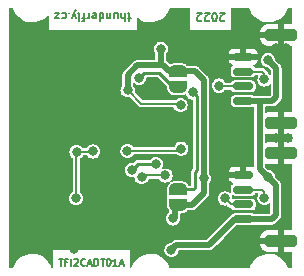
<source format=gbr>
%TF.GenerationSoftware,KiCad,Pcbnew,6.0.4-6f826c9f35~116~ubuntu20.04.1*%
%TF.CreationDate,2022-03-30T11:59:37+00:00*%
%TF.ProjectId,TFI2CADT01A,54464932-4341-4445-9430-31412e6b6963,rev?*%
%TF.SameCoordinates,PX7a53eb0PY6e37550*%
%TF.FileFunction,Copper,L1,Top*%
%TF.FilePolarity,Positive*%
%FSLAX46Y46*%
G04 Gerber Fmt 4.6, Leading zero omitted, Abs format (unit mm)*
G04 Created by KiCad (PCBNEW 6.0.4-6f826c9f35~116~ubuntu20.04.1) date 2022-03-30 11:59:37*
%MOMM*%
%LPD*%
G01*
G04 APERTURE LIST*
G04 Aperture macros list*
%AMRoundRect*
0 Rectangle with rounded corners*
0 $1 Rounding radius*
0 $2 $3 $4 $5 $6 $7 $8 $9 X,Y pos of 4 corners*
0 Add a 4 corners polygon primitive as box body*
4,1,4,$2,$3,$4,$5,$6,$7,$8,$9,$2,$3,0*
0 Add four circle primitives for the rounded corners*
1,1,$1+$1,$2,$3*
1,1,$1+$1,$4,$5*
1,1,$1+$1,$6,$7*
1,1,$1+$1,$8,$9*
0 Add four rect primitives between the rounded corners*
20,1,$1+$1,$2,$3,$4,$5,0*
20,1,$1+$1,$4,$5,$6,$7,0*
20,1,$1+$1,$6,$7,$8,$9,0*
20,1,$1+$1,$8,$9,$2,$3,0*%
%AMFreePoly0*
4,1,22,0.500000,-0.750000,0.000000,-0.750000,0.000000,-0.745033,-0.079941,-0.743568,-0.215256,-0.701293,-0.333266,-0.622738,-0.424486,-0.514219,-0.481581,-0.384460,-0.499164,-0.250000,-0.500000,-0.250000,-0.500000,0.250000,-0.499164,0.250000,-0.499963,0.256109,-0.478152,0.396186,-0.417904,0.524511,-0.324060,0.630769,-0.204165,0.706417,-0.067858,0.745374,0.000000,0.744959,0.000000,0.750000,
0.500000,0.750000,0.500000,-0.750000,0.500000,-0.750000,$1*%
%AMFreePoly1*
4,1,20,0.000000,0.744959,0.073905,0.744508,0.209726,0.703889,0.328688,0.626782,0.421226,0.519385,0.479903,0.390333,0.500000,0.250000,0.500000,-0.250000,0.499851,-0.262216,0.476331,-0.402017,0.414519,-0.529596,0.319384,-0.634700,0.198574,-0.708877,0.061801,-0.746166,0.000000,-0.745033,0.000000,-0.750000,-0.500000,-0.750000,-0.500000,0.750000,0.000000,0.750000,0.000000,0.744959,
0.000000,0.744959,$1*%
G04 Aperture macros list end*
%ADD10C,0.170000*%
%TA.AperFunction,NonConductor*%
%ADD11C,0.170000*%
%TD*%
%ADD12C,0.150000*%
%TA.AperFunction,NonConductor*%
%ADD13C,0.150000*%
%TD*%
%TA.AperFunction,SMDPad,CuDef*%
%ADD14FreePoly0,270.000000*%
%TD*%
%TA.AperFunction,SMDPad,CuDef*%
%ADD15FreePoly1,270.000000*%
%TD*%
%TA.AperFunction,SMDPad,CuDef*%
%ADD16FreePoly0,90.000000*%
%TD*%
%TA.AperFunction,SMDPad,CuDef*%
%ADD17FreePoly1,90.000000*%
%TD*%
%TA.AperFunction,SMDPad,CuDef*%
%ADD18RoundRect,0.150000X0.700000X-0.150000X0.700000X0.150000X-0.700000X0.150000X-0.700000X-0.150000X0*%
%TD*%
%TA.AperFunction,SMDPad,CuDef*%
%ADD19RoundRect,0.250000X1.100000X-0.250000X1.100000X0.250000X-1.100000X0.250000X-1.100000X-0.250000X0*%
%TD*%
%TA.AperFunction,ViaPad*%
%ADD20C,0.800000*%
%TD*%
%TA.AperFunction,Conductor*%
%ADD21C,0.500000*%
%TD*%
%TA.AperFunction,Conductor*%
%ADD22C,0.200000*%
%TD*%
%TA.AperFunction,Conductor*%
%ADD23C,0.250000*%
%TD*%
G04 APERTURE END LIST*
D10*
D11*
X18765714Y21476534D02*
X18733333Y21443200D01*
X18668571Y21409867D01*
X18506666Y21409867D01*
X18441904Y21443200D01*
X18409523Y21476534D01*
X18377142Y21543200D01*
X18377142Y21609867D01*
X18409523Y21709867D01*
X18798095Y22109867D01*
X18377142Y22109867D01*
X17956190Y21409867D02*
X17891428Y21409867D01*
X17826666Y21443200D01*
X17794285Y21476534D01*
X17761904Y21543200D01*
X17729523Y21676534D01*
X17729523Y21843200D01*
X17761904Y21976534D01*
X17794285Y22043200D01*
X17826666Y22076534D01*
X17891428Y22109867D01*
X17956190Y22109867D01*
X18020952Y22076534D01*
X18053333Y22043200D01*
X18085714Y21976534D01*
X18118095Y21843200D01*
X18118095Y21676534D01*
X18085714Y21543200D01*
X18053333Y21476534D01*
X18020952Y21443200D01*
X17956190Y21409867D01*
X17470476Y21476534D02*
X17438095Y21443200D01*
X17373333Y21409867D01*
X17211428Y21409867D01*
X17146666Y21443200D01*
X17114285Y21476534D01*
X17081904Y21543200D01*
X17081904Y21609867D01*
X17114285Y21709867D01*
X17502857Y22109867D01*
X17081904Y22109867D01*
X16822857Y21476534D02*
X16790476Y21443200D01*
X16725714Y21409867D01*
X16563809Y21409867D01*
X16499047Y21443200D01*
X16466666Y21476534D01*
X16434285Y21543200D01*
X16434285Y21609867D01*
X16466666Y21709867D01*
X16855238Y22109867D01*
X16434285Y22109867D01*
D10*
D11*
X10821904Y21643200D02*
X10562857Y21643200D01*
X10724761Y21409867D02*
X10724761Y22009867D01*
X10692380Y22076534D01*
X10627619Y22109867D01*
X10562857Y22109867D01*
X10336190Y22109867D02*
X10336190Y21409867D01*
X10044761Y22109867D02*
X10044761Y21743200D01*
X10077142Y21676534D01*
X10141904Y21643200D01*
X10239047Y21643200D01*
X10303809Y21676534D01*
X10336190Y21709867D01*
X9429523Y21643200D02*
X9429523Y22109867D01*
X9720952Y21643200D02*
X9720952Y22009867D01*
X9688571Y22076534D01*
X9623809Y22109867D01*
X9526666Y22109867D01*
X9461904Y22076534D01*
X9429523Y22043200D01*
X9105714Y21643200D02*
X9105714Y22109867D01*
X9105714Y21709867D02*
X9073333Y21676534D01*
X9008571Y21643200D01*
X8911428Y21643200D01*
X8846666Y21676534D01*
X8814285Y21743200D01*
X8814285Y22109867D01*
X8199047Y22109867D02*
X8199047Y21409867D01*
X8199047Y22076534D02*
X8263809Y22109867D01*
X8393333Y22109867D01*
X8458095Y22076534D01*
X8490476Y22043200D01*
X8522857Y21976534D01*
X8522857Y21776534D01*
X8490476Y21709867D01*
X8458095Y21676534D01*
X8393333Y21643200D01*
X8263809Y21643200D01*
X8199047Y21676534D01*
X7616190Y22076534D02*
X7680952Y22109867D01*
X7810476Y22109867D01*
X7875238Y22076534D01*
X7907619Y22009867D01*
X7907619Y21743200D01*
X7875238Y21676534D01*
X7810476Y21643200D01*
X7680952Y21643200D01*
X7616190Y21676534D01*
X7583809Y21743200D01*
X7583809Y21809867D01*
X7907619Y21876534D01*
X7292380Y22109867D02*
X7292380Y21643200D01*
X7292380Y21776534D02*
X7260000Y21709867D01*
X7227619Y21676534D01*
X7162857Y21643200D01*
X7098095Y21643200D01*
X6968571Y21643200D02*
X6709523Y21643200D01*
X6871428Y22109867D02*
X6871428Y21509867D01*
X6839047Y21443200D01*
X6774285Y21409867D01*
X6709523Y21409867D01*
X6385714Y22109867D02*
X6450476Y22076534D01*
X6482857Y22009867D01*
X6482857Y21409867D01*
X6191428Y21643200D02*
X6029523Y22109867D01*
X5867619Y21643200D02*
X6029523Y22109867D01*
X6094285Y22276534D01*
X6126666Y22309867D01*
X6191428Y22343200D01*
X5608571Y22043200D02*
X5576190Y22076534D01*
X5608571Y22109867D01*
X5640952Y22076534D01*
X5608571Y22043200D01*
X5608571Y22109867D01*
X4993333Y22076534D02*
X5058095Y22109867D01*
X5187619Y22109867D01*
X5252380Y22076534D01*
X5284761Y22043200D01*
X5317142Y21976534D01*
X5317142Y21776534D01*
X5284761Y21709867D01*
X5252380Y21676534D01*
X5187619Y21643200D01*
X5058095Y21643200D01*
X4993333Y21676534D01*
X4766666Y21643200D02*
X4410476Y21643200D01*
X4766666Y22109867D01*
X4410476Y22109867D01*
D12*
D13*
X4728571Y1293772D02*
X5071428Y1293772D01*
X4900000Y693772D02*
X4900000Y1293772D01*
X5471428Y1008058D02*
X5271428Y1008058D01*
X5271428Y693772D02*
X5271428Y1293772D01*
X5557142Y1293772D01*
X5785714Y693772D02*
X5785714Y1293772D01*
X6042857Y1236629D02*
X6071428Y1265200D01*
X6128571Y1293772D01*
X6271428Y1293772D01*
X6328571Y1265200D01*
X6357142Y1236629D01*
X6385714Y1179486D01*
X6385714Y1122343D01*
X6357142Y1036629D01*
X6014285Y693772D01*
X6385714Y693772D01*
X6985714Y750915D02*
X6957142Y722343D01*
X6871428Y693772D01*
X6814285Y693772D01*
X6728571Y722343D01*
X6671428Y779486D01*
X6642857Y836629D01*
X6614285Y950915D01*
X6614285Y1036629D01*
X6642857Y1150915D01*
X6671428Y1208058D01*
X6728571Y1265200D01*
X6814285Y1293772D01*
X6871428Y1293772D01*
X6957142Y1265200D01*
X6985714Y1236629D01*
X7214285Y865200D02*
X7500000Y865200D01*
X7157142Y693772D02*
X7357142Y1293772D01*
X7557142Y693772D01*
X7757142Y693772D02*
X7757142Y1293772D01*
X7900000Y1293772D01*
X7985714Y1265200D01*
X8042857Y1208058D01*
X8071428Y1150915D01*
X8100000Y1036629D01*
X8100000Y950915D01*
X8071428Y836629D01*
X8042857Y779486D01*
X7985714Y722343D01*
X7900000Y693772D01*
X7757142Y693772D01*
X8271428Y1293772D02*
X8614285Y1293772D01*
X8442857Y693772D02*
X8442857Y1293772D01*
X8928571Y1293772D02*
X8985714Y1293772D01*
X9042857Y1265200D01*
X9071428Y1236629D01*
X9100000Y1179486D01*
X9128571Y1065200D01*
X9128571Y922343D01*
X9100000Y808058D01*
X9071428Y750915D01*
X9042857Y722343D01*
X8985714Y693772D01*
X8928571Y693772D01*
X8871428Y722343D01*
X8842857Y750915D01*
X8814285Y808058D01*
X8785714Y922343D01*
X8785714Y1065200D01*
X8814285Y1179486D01*
X8842857Y1236629D01*
X8871428Y1265200D01*
X8928571Y1293772D01*
X9700000Y693772D02*
X9357142Y693772D01*
X9528571Y693772D02*
X9528571Y1293772D01*
X9471428Y1208058D01*
X9414285Y1150915D01*
X9357142Y1122343D01*
X9928571Y865200D02*
X10214285Y865200D01*
X9871428Y693772D02*
X10071428Y1293772D01*
X10271428Y693772D01*
D14*
%TO.P,JP1,1,A*%
%TO.N,/XORL1*%
X14846000Y7144000D03*
D15*
%TO.P,JP1,2,B*%
%TO.N,+3V3*%
X14846000Y5844000D03*
%TD*%
D16*
%TO.P,JP2,1,A*%
%TO.N,/XORL2*%
X14846000Y15844000D03*
D17*
%TO.P,JP2,2,B*%
%TO.N,+3V3*%
X14846000Y17144000D03*
%TD*%
D18*
%TO.P,J6,1*%
%TO.N,+5V*%
X20350000Y14625000D03*
%TO.P,J6,2*%
%TO.N,/SCLout2*%
X20350000Y15875000D03*
%TO.P,J6,3*%
%TO.N,/SDAout2*%
X20350000Y17125000D03*
%TO.P,J6,4*%
%TO.N,GND*%
X20350000Y18375000D03*
D19*
%TO.P,J6,MP*%
X23550000Y12775000D03*
X23550000Y20225000D03*
%TD*%
D18*
%TO.P,J4,1*%
%TO.N,+5V*%
X20350000Y4625000D03*
%TO.P,J4,2*%
%TO.N,/SCLout1*%
X20350000Y5875000D03*
%TO.P,J4,3*%
%TO.N,/SDAout1*%
X20350000Y7125000D03*
%TO.P,J4,4*%
%TO.N,GND*%
X20350000Y8375000D03*
D19*
%TO.P,J4,MP*%
X23550000Y2775000D03*
X23550000Y10225000D03*
%TD*%
D20*
%TO.N,GND*%
X2146000Y18794000D03*
X2146000Y4294000D03*
X1066800Y11480800D03*
X9601200Y11125200D03*
X4846000Y9494000D03*
X10100000Y14500000D03*
X1046000Y4294000D03*
X23114000Y19151600D03*
X23977600Y19151600D03*
X20421600Y2844800D03*
X6299200Y17983200D03*
X1046000Y18794000D03*
X6299200Y19151600D03*
X1320800Y8788400D03*
X7518400Y12547600D03*
X8000000Y8900000D03*
X12547600Y7061200D03*
X23774400Y4216400D03*
X2336800Y14274800D03*
X14579600Y8991600D03*
X23146000Y11494000D03*
X10668000Y4521200D03*
X24146000Y11494000D03*
X1066800Y14274800D03*
X5994400Y2133600D03*
X2235200Y11480800D03*
%TO.N,+3V3*%
X14429777Y4695066D03*
X13375000Y19065000D03*
X17018000Y8077200D03*
X10566400Y15544800D03*
X15046000Y14294000D03*
%TO.N,+5V*%
X22446000Y18094000D03*
X22446000Y8194000D03*
X14274800Y2032000D03*
%TO.N,/SDAin*%
X10922000Y8800100D03*
X12954000Y9296400D03*
%TO.N,/SCLin*%
X6197600Y6400800D03*
X7642029Y10363200D03*
X6243018Y10334215D03*
%TO.N,/SCLout1*%
X11750000Y8194000D03*
X13766800Y8331200D03*
X18816787Y6381510D03*
%TO.N,/SDAout1*%
X22148800Y6425500D03*
%TO.N,/SCLout2*%
X18301378Y15937822D03*
X15113000Y10605500D03*
X10550500Y10421673D03*
%TO.N,/SDAout2*%
X22148800Y16459200D03*
%TO.N,/XORL1*%
X16110516Y15358727D03*
%TO.N,/XORL2*%
X11546000Y16594000D03*
%TD*%
D21*
%TO.N,+3V3*%
X10566400Y16815791D02*
X11394609Y17644000D01*
X17018000Y6866000D02*
X15996000Y5844000D01*
X14547700Y4812989D02*
X14547700Y5606900D01*
X11394609Y17644000D02*
X13496000Y17644000D01*
X14096000Y17144000D02*
X13596000Y17644000D01*
X15996000Y5844000D02*
X14846000Y5844000D01*
X17018000Y14478000D02*
X17018000Y16422000D01*
X13375000Y17765000D02*
X13496000Y17644000D01*
D22*
X15046000Y14394000D02*
X11717200Y14394000D01*
D21*
X17018000Y16422000D02*
X16296000Y17144000D01*
X13375000Y19065000D02*
X13375000Y17765000D01*
X17018000Y8077200D02*
X17018000Y6866000D01*
X14429777Y4695066D02*
X14547700Y4812989D01*
X14846000Y17144000D02*
X14096000Y17144000D01*
X16296000Y17144000D02*
X14846000Y17144000D01*
X17018000Y8077200D02*
X17018000Y14478000D01*
X10566400Y15544800D02*
X10566400Y16815791D01*
D22*
X11717200Y14394000D02*
X10566400Y15544800D01*
D21*
X13596000Y17644000D02*
X13496000Y17644000D01*
%TO.N,+5V*%
X22758400Y4622800D02*
X23114000Y4978400D01*
X19641421Y4625000D02*
X20350000Y4625000D01*
X22446000Y8194000D02*
X21750480Y8889520D01*
X17460902Y2444480D02*
X19641421Y4625000D01*
X21747800Y14625000D02*
X22824422Y14625000D01*
X21551891Y4622800D02*
X22758400Y4622800D01*
X21750480Y14622320D02*
X21747800Y14625000D01*
X23150711Y14951289D02*
X23150711Y17389289D01*
X23114000Y4978400D02*
X23114000Y7526000D01*
X14687280Y2444480D02*
X17460902Y2444480D01*
X21549691Y4625000D02*
X21551891Y4622800D01*
X22824422Y14625000D02*
X23150711Y14951289D01*
X23150711Y17389289D02*
X22446000Y18094000D01*
X21750480Y8889520D02*
X21750480Y14622320D01*
X23114000Y7526000D02*
X22446000Y8194000D01*
X20350000Y14625000D02*
X21747800Y14625000D01*
X14274800Y2032000D02*
X14687280Y2444480D01*
X20350000Y4625000D02*
X21549691Y4625000D01*
D23*
%TO.N,/SDAin*%
X10922000Y8800100D02*
X11418300Y9296400D01*
X11418300Y9296400D02*
X12954000Y9296400D01*
D22*
%TO.N,/SCLin*%
X6223000Y10314197D02*
X6223000Y6426200D01*
X7613044Y10334215D02*
X6243018Y10334215D01*
X7642029Y10363200D02*
X7613044Y10334215D01*
X6243018Y10334215D02*
X6223000Y10314197D01*
X6223000Y6426200D02*
X6197600Y6400800D01*
%TO.N,/SCLout1*%
X20350000Y5875000D02*
X19323297Y5875000D01*
X13766800Y8331200D02*
X11887200Y8331200D01*
X19323297Y5875000D02*
X18816787Y6381510D01*
X11887200Y8331200D02*
X11750000Y8194000D01*
%TO.N,/SDAout1*%
X21932600Y7125000D02*
X20350000Y7125000D01*
X22148800Y6425500D02*
X22148800Y6908800D01*
X22148800Y6908800D02*
X21932600Y7125000D01*
%TO.N,/SCLout2*%
X18301378Y15937822D02*
X18364200Y15875000D01*
X14929173Y10421673D02*
X15113000Y10605500D01*
X10550500Y10421673D02*
X14929173Y10421673D01*
X18364200Y15875000D02*
X20350000Y15875000D01*
%TO.N,/SDAout2*%
X22148800Y16916400D02*
X22148800Y16459200D01*
X20350000Y17125000D02*
X21940200Y17125000D01*
X21940200Y17125000D02*
X22148800Y16916400D01*
D23*
%TO.N,/XORL1*%
X16443480Y15025763D02*
X16443480Y8800000D01*
X16293489Y8650009D02*
X16293489Y7306511D01*
X16300000Y7300000D02*
X16144000Y7144000D01*
X16144000Y7144000D02*
X14846000Y7144000D01*
X16110516Y15358727D02*
X16443480Y15025763D01*
X16443480Y8800000D02*
X16293489Y8650009D01*
X16293489Y7306511D02*
X16300000Y7300000D01*
%TO.N,/XORL2*%
X13246000Y16994000D02*
X14396000Y15844000D01*
X11946000Y16994000D02*
X13246000Y16994000D01*
X14396000Y15844000D02*
X14846000Y15844000D01*
X11946000Y16994000D02*
X11546000Y16594000D01*
%TD*%
%TA.AperFunction,Conductor*%
%TO.N,GND*%
G36*
X868366Y22482687D02*
G01*
X890873Y22449787D01*
X931241Y22330867D01*
X1050505Y22101275D01*
X1203125Y21892364D01*
X1205104Y21890375D01*
X1331942Y21762871D01*
X1385589Y21708942D01*
X1593698Y21555230D01*
X1596192Y21553918D01*
X1820170Y21436077D01*
X1820177Y21436074D01*
X1822663Y21434766D01*
X2067215Y21350321D01*
X2069976Y21349817D01*
X2069979Y21349816D01*
X2174226Y21330777D01*
X2321726Y21303839D01*
X2324088Y21303715D01*
X2324090Y21303715D01*
X2403558Y21299550D01*
X2403572Y21299550D01*
X2404519Y21299500D01*
X2565782Y21299500D01*
X2637247Y21304936D01*
X2755182Y21313907D01*
X2755188Y21313908D01*
X2757976Y21314120D01*
X3010015Y21372539D01*
X3012622Y21373579D01*
X3012628Y21373581D01*
X3247710Y21467369D01*
X3247716Y21467372D01*
X3250318Y21468410D01*
X3252737Y21469832D01*
X3252741Y21469834D01*
X3470929Y21598101D01*
X3470933Y21598104D01*
X3473354Y21599527D01*
X3673991Y21762871D01*
X3675874Y21764952D01*
X3675881Y21764958D01*
X3749470Y21846258D01*
X3794226Y21869906D01*
X3843711Y21859252D01*
X3874771Y21819282D01*
X3878333Y21796599D01*
X3878333Y20624700D01*
X5900000Y20624700D01*
X5900000Y10827922D01*
X5814736Y10762497D01*
X5811781Y10758646D01*
X5721434Y10640904D01*
X5721432Y10640900D01*
X5718482Y10637056D01*
X5657974Y10490977D01*
X5637336Y10334215D01*
X5637969Y10329407D01*
X5655420Y10196856D01*
X5657974Y10177453D01*
X5718482Y10031374D01*
X5721432Y10027530D01*
X5721434Y10027526D01*
X5811781Y9909784D01*
X5814736Y9905933D01*
X5893549Y9845458D01*
X5900000Y9835332D01*
X5900000Y6930583D01*
X5893548Y6924407D01*
X5773169Y6832037D01*
X5769318Y6829082D01*
X5766363Y6825231D01*
X5676016Y6707489D01*
X5676014Y6707485D01*
X5673064Y6703641D01*
X5612556Y6557562D01*
X5591918Y6400800D01*
X5612556Y6244038D01*
X5673064Y6097959D01*
X5676014Y6094115D01*
X5676016Y6094111D01*
X5766363Y5976369D01*
X5769318Y5972518D01*
X5773169Y5969563D01*
X5890911Y5879216D01*
X5890915Y5879214D01*
X5894759Y5876264D01*
X5899234Y5874410D01*
X5899240Y5874407D01*
X5900000Y5874092D01*
X5900000Y2023200D01*
X4246429Y2023200D01*
X4246429Y593947D01*
X4229116Y546381D01*
X4185279Y521071D01*
X4135429Y529861D01*
X4102356Y570160D01*
X4069662Y666473D01*
X4069662Y666474D01*
X4068759Y669133D01*
X4067464Y671626D01*
X3950788Y896236D01*
X3950788Y896237D01*
X3949495Y898725D01*
X3844121Y1042965D01*
X3798532Y1105368D01*
X3798531Y1105369D01*
X3796875Y1107636D01*
X3707409Y1197572D01*
X3616393Y1289066D01*
X3616390Y1289068D01*
X3614411Y1291058D01*
X3406302Y1444770D01*
X3359787Y1469242D01*
X3179830Y1563923D01*
X3179823Y1563926D01*
X3177337Y1565234D01*
X2932785Y1649679D01*
X2930024Y1650183D01*
X2930021Y1650184D01*
X2825774Y1669223D01*
X2678274Y1696161D01*
X2675912Y1696285D01*
X2675910Y1696285D01*
X2596442Y1700450D01*
X2596428Y1700450D01*
X2595481Y1700500D01*
X2434218Y1700500D01*
X2362753Y1695064D01*
X2244818Y1686093D01*
X2244812Y1686092D01*
X2242024Y1685880D01*
X1989985Y1627461D01*
X1987378Y1626421D01*
X1987372Y1626419D01*
X1752290Y1532631D01*
X1752284Y1532628D01*
X1749682Y1531590D01*
X1747263Y1530168D01*
X1747259Y1530166D01*
X1529071Y1401899D01*
X1529067Y1401896D01*
X1526646Y1400473D01*
X1326009Y1237129D01*
X1152387Y1045315D01*
X1150837Y1042969D01*
X1150834Y1042965D01*
X1057042Y900991D01*
X1009778Y829447D01*
X1008600Y826892D01*
X1008599Y826890D01*
X935872Y669133D01*
X901462Y594491D01*
X900686Y591794D01*
X900682Y591783D01*
X889680Y553541D01*
X859892Y512615D01*
X818565Y500000D01*
X574000Y500000D01*
X526434Y517313D01*
X501124Y561150D01*
X500000Y574000D01*
X500000Y22426000D01*
X517313Y22473566D01*
X561150Y22498876D01*
X574000Y22500000D01*
X820800Y22500000D01*
X868366Y22482687D01*
G37*
%TD.AperFunction*%
%TD*%
%TA.AperFunction,Conductor*%
%TO.N,GND*%
G36*
X15843328Y22482687D02*
G01*
X15868638Y22438850D01*
X15869762Y22426000D01*
X15869762Y20624700D01*
X19330238Y20624700D01*
X19330238Y22426000D01*
X19347551Y22473566D01*
X19391388Y22498876D01*
X19404238Y22500000D01*
X20820800Y22500000D01*
X20868366Y22482687D01*
X20890873Y22449787D01*
X20931241Y22330867D01*
X20932536Y22328374D01*
X21013190Y22173110D01*
X21050505Y22101275D01*
X21052158Y22099013D01*
X21052160Y22099009D01*
X21157596Y21954685D01*
X21203125Y21892364D01*
X21205104Y21890375D01*
X21331942Y21762871D01*
X21385589Y21708942D01*
X21593698Y21555230D01*
X21596192Y21553918D01*
X21820170Y21436077D01*
X21820177Y21436074D01*
X21822663Y21434766D01*
X22067215Y21350321D01*
X22069976Y21349817D01*
X22069979Y21349816D01*
X22174226Y21330777D01*
X22321726Y21303839D01*
X22324088Y21303715D01*
X22324090Y21303715D01*
X22403558Y21299550D01*
X22403572Y21299550D01*
X22404519Y21299500D01*
X22565782Y21299500D01*
X22637247Y21304936D01*
X22755182Y21313907D01*
X22755188Y21313908D01*
X22757976Y21314120D01*
X23010015Y21372539D01*
X23012622Y21373579D01*
X23012628Y21373581D01*
X23247710Y21467369D01*
X23247716Y21467372D01*
X23250318Y21468410D01*
X23252737Y21469832D01*
X23252741Y21469834D01*
X23470929Y21598101D01*
X23470933Y21598104D01*
X23473354Y21599527D01*
X23673991Y21762871D01*
X23847613Y21954685D01*
X23849163Y21957031D01*
X23849166Y21957035D01*
X23988667Y22168199D01*
X23988668Y22168200D01*
X23990222Y22170553D01*
X24062979Y22328374D01*
X24097364Y22402962D01*
X24097365Y22402964D01*
X24098538Y22405509D01*
X24099314Y22408206D01*
X24099318Y22408217D01*
X24110320Y22446459D01*
X24140108Y22487385D01*
X24181435Y22500000D01*
X24426000Y22500000D01*
X24473566Y22482687D01*
X24498876Y22438850D01*
X24500000Y22426000D01*
X24500000Y21199000D01*
X24482687Y21151434D01*
X24438850Y21126124D01*
X24426000Y21125000D01*
X23813048Y21125000D01*
X23803052Y21121362D01*
X23800000Y21116075D01*
X23800000Y19338048D01*
X23803638Y19328052D01*
X23808925Y19325000D01*
X24426000Y19325000D01*
X24473566Y19307687D01*
X24498876Y19263850D01*
X24500000Y19251000D01*
X24500000Y13749000D01*
X24482687Y13701434D01*
X24438850Y13676124D01*
X24426000Y13675000D01*
X23813048Y13675000D01*
X23803052Y13671362D01*
X23800000Y13666075D01*
X23800000Y11888048D01*
X23803638Y11878052D01*
X23808925Y11875000D01*
X24426000Y11875000D01*
X24473566Y11857687D01*
X24498876Y11813850D01*
X24500000Y11801000D01*
X24500000Y11199000D01*
X24482687Y11151434D01*
X24438850Y11126124D01*
X24426000Y11125000D01*
X23813048Y11125000D01*
X23803052Y11121362D01*
X23800000Y11116075D01*
X23800000Y9338048D01*
X23803638Y9328052D01*
X23808925Y9325000D01*
X24426000Y9325000D01*
X24473566Y9307687D01*
X24498876Y9263850D01*
X24500000Y9251000D01*
X24500000Y3749000D01*
X24482687Y3701434D01*
X24438850Y3676124D01*
X24426000Y3675000D01*
X23813048Y3675000D01*
X23803052Y3671362D01*
X23800000Y3666075D01*
X23800000Y1888048D01*
X23803638Y1878052D01*
X23808925Y1875000D01*
X24426000Y1875000D01*
X24473566Y1857687D01*
X24498876Y1813850D01*
X24500000Y1801000D01*
X24500000Y574000D01*
X24482687Y526434D01*
X24438850Y501124D01*
X24426000Y500000D01*
X24179200Y500000D01*
X24131634Y517313D01*
X24109127Y550213D01*
X24069662Y666473D01*
X24069662Y666474D01*
X24068759Y669133D01*
X24067464Y671626D01*
X23950788Y896236D01*
X23950788Y896237D01*
X23949495Y898725D01*
X23844121Y1042965D01*
X23798532Y1105368D01*
X23798531Y1105369D01*
X23796875Y1107636D01*
X23707409Y1197572D01*
X23616393Y1289066D01*
X23616390Y1289068D01*
X23614411Y1291058D01*
X23406302Y1444770D01*
X23287140Y1507464D01*
X23179830Y1563923D01*
X23179823Y1563926D01*
X23177337Y1565234D01*
X22932785Y1649679D01*
X22930024Y1650183D01*
X22930021Y1650184D01*
X22825774Y1669223D01*
X22678274Y1696161D01*
X22675912Y1696285D01*
X22675910Y1696285D01*
X22596442Y1700450D01*
X22596428Y1700450D01*
X22595481Y1700500D01*
X22434218Y1700500D01*
X22362753Y1695064D01*
X22244818Y1686093D01*
X22244812Y1686092D01*
X22242024Y1685880D01*
X21989985Y1627461D01*
X21987378Y1626421D01*
X21987372Y1626419D01*
X21752290Y1532631D01*
X21752284Y1532628D01*
X21749682Y1531590D01*
X21747263Y1530168D01*
X21747259Y1530166D01*
X21529071Y1401899D01*
X21529067Y1401896D01*
X21526646Y1400473D01*
X21326009Y1237129D01*
X21152387Y1045315D01*
X21150837Y1042969D01*
X21150834Y1042965D01*
X21057042Y900991D01*
X21009778Y829447D01*
X21008600Y826892D01*
X21008599Y826890D01*
X20935872Y669133D01*
X20901462Y594491D01*
X20900686Y591794D01*
X20900682Y591783D01*
X20889680Y553541D01*
X20859892Y512615D01*
X20818565Y500000D01*
X14179200Y500000D01*
X14131634Y517313D01*
X14109127Y550213D01*
X14069662Y666473D01*
X14069662Y666474D01*
X14068759Y669133D01*
X14067464Y671626D01*
X13950788Y896236D01*
X13950788Y896237D01*
X13949495Y898725D01*
X13844121Y1042965D01*
X13798532Y1105368D01*
X13798531Y1105369D01*
X13796875Y1107636D01*
X13707409Y1197572D01*
X13616393Y1289066D01*
X13616390Y1289068D01*
X13614411Y1291058D01*
X13406302Y1444770D01*
X13287140Y1507464D01*
X13179830Y1563923D01*
X13179823Y1563926D01*
X13177337Y1565234D01*
X12932785Y1649679D01*
X12930024Y1650183D01*
X12930021Y1650184D01*
X12825774Y1669223D01*
X12678274Y1696161D01*
X12675912Y1696285D01*
X12675910Y1696285D01*
X12596442Y1700450D01*
X12596428Y1700450D01*
X12595481Y1700500D01*
X12434218Y1700500D01*
X12362753Y1695064D01*
X12244818Y1686093D01*
X12244812Y1686092D01*
X12242024Y1685880D01*
X11989985Y1627461D01*
X11987378Y1626421D01*
X11987372Y1626419D01*
X11752290Y1532631D01*
X11752284Y1532628D01*
X11749682Y1531590D01*
X11747263Y1530168D01*
X11747259Y1530166D01*
X11529071Y1401899D01*
X11529067Y1401896D01*
X11526646Y1400473D01*
X11326009Y1237129D01*
X11152387Y1045315D01*
X11150837Y1042969D01*
X11150834Y1042965D01*
X11057042Y900991D01*
X11009778Y829447D01*
X11008600Y826892D01*
X11008599Y826890D01*
X10935872Y669133D01*
X10901462Y594491D01*
X10900687Y591796D01*
X10900683Y591786D01*
X10898687Y584848D01*
X10868898Y543923D01*
X10819772Y531720D01*
X10774296Y553950D01*
X10753572Y605308D01*
X10753572Y2023200D01*
X5900000Y2023200D01*
X5900000Y2032000D01*
X13669118Y2032000D01*
X13669751Y2027192D01*
X13688070Y1888048D01*
X13689756Y1875238D01*
X13750264Y1729159D01*
X13753214Y1725315D01*
X13753216Y1725311D01*
X13810863Y1650184D01*
X13846518Y1603718D01*
X13850369Y1600763D01*
X13968111Y1510416D01*
X13968115Y1510414D01*
X13971959Y1507464D01*
X14118038Y1446956D01*
X14122840Y1446324D01*
X14122843Y1446323D01*
X14269992Y1426951D01*
X14274800Y1426318D01*
X14279608Y1426951D01*
X14426757Y1446323D01*
X14426760Y1446324D01*
X14431562Y1446956D01*
X14577641Y1507464D01*
X14581485Y1510414D01*
X14581489Y1510416D01*
X14699231Y1600763D01*
X14703082Y1603718D01*
X14738737Y1650184D01*
X14796384Y1725311D01*
X14796386Y1725315D01*
X14799336Y1729159D01*
X14859844Y1875238D01*
X14867006Y1929639D01*
X14890379Y1974538D01*
X14940373Y1993980D01*
X17429752Y1993980D01*
X17438449Y1993467D01*
X17450095Y1992089D01*
X17475213Y1989116D01*
X17480655Y1990110D01*
X17480657Y1990110D01*
X17518424Y1997008D01*
X17533722Y1999802D01*
X17536002Y2000182D01*
X17594864Y2009031D01*
X17599704Y2011356D01*
X17600049Y2011440D01*
X17600312Y2011530D01*
X17602532Y2012251D01*
X17602850Y2012349D01*
X17603198Y2012491D01*
X17608475Y2013455D01*
X17661244Y2040866D01*
X17663315Y2041901D01*
X17711994Y2065276D01*
X17711995Y2065277D01*
X17716981Y2067671D01*
X17720925Y2071317D01*
X17721833Y2071859D01*
X17724944Y2073955D01*
X17728690Y2075901D01*
X17733730Y2080205D01*
X17771699Y2118174D01*
X17773794Y2120188D01*
X17812398Y2155873D01*
X17816458Y2159626D01*
X17819236Y2164408D01*
X17821933Y2167775D01*
X17827359Y2173834D01*
X18114335Y2460810D01*
X21800000Y2460810D01*
X21800114Y2457911D01*
X21802603Y2426278D01*
X21803955Y2418879D01*
X21847419Y2269273D01*
X21851088Y2260794D01*
X21929946Y2127453D01*
X21935610Y2120151D01*
X22045151Y2010610D01*
X22052453Y2004946D01*
X22185794Y1926088D01*
X22194273Y1922419D01*
X22343879Y1878955D01*
X22351278Y1877603D01*
X22382911Y1875114D01*
X22385810Y1875000D01*
X23286952Y1875000D01*
X23296948Y1878638D01*
X23300000Y1883925D01*
X23300000Y2511952D01*
X23296362Y2521948D01*
X23291075Y2525000D01*
X21813048Y2525000D01*
X21803052Y2521362D01*
X21800000Y2516075D01*
X21800000Y2460810D01*
X18114335Y2460810D01*
X18691573Y3038048D01*
X21800000Y3038048D01*
X21803638Y3028052D01*
X21808925Y3025000D01*
X23286952Y3025000D01*
X23296948Y3028638D01*
X23300000Y3033925D01*
X23300000Y3661952D01*
X23296362Y3671948D01*
X23291075Y3675000D01*
X22385811Y3675000D01*
X22382911Y3674886D01*
X22351278Y3672397D01*
X22343879Y3671045D01*
X22194273Y3627581D01*
X22185794Y3623912D01*
X22052453Y3545054D01*
X22045151Y3539390D01*
X21935610Y3429849D01*
X21929946Y3422547D01*
X21851088Y3289206D01*
X21847419Y3280727D01*
X21803955Y3131121D01*
X21802603Y3123722D01*
X21800114Y3092089D01*
X21800000Y3089189D01*
X21800000Y3038048D01*
X18691573Y3038048D01*
X19756350Y4102826D01*
X19802226Y4124218D01*
X19808676Y4124500D01*
X21083218Y4124500D01*
X21089363Y4125405D01*
X21146423Y4133804D01*
X21146426Y4133805D01*
X21152112Y4134642D01*
X21157272Y4137175D01*
X21157274Y4137176D01*
X21217867Y4166926D01*
X21250480Y4174500D01*
X21467364Y4174500D01*
X21478798Y4173396D01*
X21480621Y4172820D01*
X21487228Y4172300D01*
X21540930Y4172300D01*
X21543836Y4172243D01*
X21596357Y4170179D01*
X21596358Y4170179D01*
X21601885Y4169962D01*
X21607232Y4171380D01*
X21611517Y4171853D01*
X21619638Y4172300D01*
X22727249Y4172300D01*
X22735946Y4171787D01*
X22746568Y4170530D01*
X22772710Y4167436D01*
X22778152Y4168430D01*
X22778155Y4168430D01*
X22831200Y4178118D01*
X22833493Y4178500D01*
X22886896Y4186529D01*
X22886897Y4186529D01*
X22892362Y4187351D01*
X22897198Y4189674D01*
X22897536Y4189756D01*
X22897800Y4189847D01*
X22900037Y4190573D01*
X22900346Y4190668D01*
X22900696Y4190812D01*
X22905973Y4191775D01*
X22958742Y4219186D01*
X22960813Y4220221D01*
X23009492Y4243596D01*
X23009493Y4243597D01*
X23014479Y4245991D01*
X23018423Y4249637D01*
X23019331Y4250179D01*
X23022442Y4252275D01*
X23026188Y4254221D01*
X23031228Y4258525D01*
X23069198Y4296495D01*
X23071293Y4298509D01*
X23109896Y4334193D01*
X23113956Y4337946D01*
X23116734Y4342728D01*
X23119431Y4346095D01*
X23124857Y4352154D01*
X23410526Y4637823D01*
X23417039Y4643610D01*
X23441766Y4663103D01*
X23441768Y4663105D01*
X23446110Y4666528D01*
X23479926Y4715456D01*
X23481278Y4717348D01*
X23513348Y4760766D01*
X23513350Y4760770D01*
X23516634Y4765216D01*
X23518412Y4770282D01*
X23518597Y4770585D01*
X23518724Y4770845D01*
X23519774Y4772906D01*
X23519936Y4773211D01*
X23520080Y4773555D01*
X23523131Y4777969D01*
X23541063Y4834668D01*
X23541798Y4836871D01*
X23559685Y4887808D01*
X23559685Y4887809D01*
X23561519Y4893031D01*
X23561729Y4898394D01*
X23561987Y4899413D01*
X23562706Y4903103D01*
X23563980Y4907130D01*
X23564500Y4913737D01*
X23564500Y4967439D01*
X23564557Y4970345D01*
X23566621Y5022866D01*
X23566621Y5022867D01*
X23566838Y5028394D01*
X23565420Y5033741D01*
X23564947Y5038026D01*
X23564500Y5046147D01*
X23564500Y7494849D01*
X23565013Y7503546D01*
X23568714Y7534819D01*
X23569364Y7540310D01*
X23565841Y7559602D01*
X23558681Y7598809D01*
X23558300Y7601100D01*
X23550272Y7654491D01*
X23550271Y7654494D01*
X23549449Y7659962D01*
X23547126Y7664801D01*
X23547038Y7665158D01*
X23546942Y7665440D01*
X23546224Y7667650D01*
X23546134Y7667943D01*
X23545990Y7668294D01*
X23545026Y7673573D01*
X23517576Y7726418D01*
X23516595Y7728380D01*
X23490809Y7782079D01*
X23487165Y7786020D01*
X23486626Y7786923D01*
X23484528Y7790037D01*
X23482580Y7793788D01*
X23479841Y7796995D01*
X23479838Y7796999D01*
X23479210Y7797733D01*
X23478275Y7798828D01*
X23440305Y7836798D01*
X23438291Y7838893D01*
X23402607Y7877496D01*
X23398854Y7881556D01*
X23394072Y7884334D01*
X23390705Y7887031D01*
X23384646Y7892457D01*
X23064680Y8212423D01*
X23043639Y8255090D01*
X23031677Y8345957D01*
X23031676Y8345960D01*
X23031044Y8350762D01*
X22970536Y8496841D01*
X22967586Y8500685D01*
X22967584Y8500689D01*
X22877237Y8618431D01*
X22874282Y8622282D01*
X22865999Y8628638D01*
X22752689Y8715584D01*
X22752685Y8715586D01*
X22748841Y8718536D01*
X22602762Y8779044D01*
X22597960Y8779676D01*
X22597957Y8779677D01*
X22540891Y8787189D01*
X22507089Y8791639D01*
X22464423Y8812680D01*
X22222654Y9054449D01*
X22201262Y9100325D01*
X22200980Y9106775D01*
X22200980Y9271911D01*
X22218293Y9319477D01*
X22262130Y9344787D01*
X22295624Y9342973D01*
X22343876Y9328955D01*
X22351278Y9327603D01*
X22382911Y9325114D01*
X22385810Y9325000D01*
X23286952Y9325000D01*
X23296948Y9328638D01*
X23300000Y9333925D01*
X23300000Y11111952D01*
X23296362Y11121948D01*
X23291075Y11125000D01*
X22385811Y11125000D01*
X22382911Y11124886D01*
X22351278Y11122397D01*
X22343876Y11121045D01*
X22295624Y11107027D01*
X22245117Y11110382D01*
X22208582Y11145418D01*
X22200980Y11178089D01*
X22200980Y11821911D01*
X22218293Y11869477D01*
X22262130Y11894787D01*
X22295624Y11892973D01*
X22343876Y11878955D01*
X22351278Y11877603D01*
X22382911Y11875114D01*
X22385810Y11875000D01*
X23286952Y11875000D01*
X23296948Y11878638D01*
X23300000Y11883925D01*
X23300000Y13661952D01*
X23296362Y13671948D01*
X23291075Y13675000D01*
X22385811Y13675000D01*
X22382911Y13674886D01*
X22351278Y13672397D01*
X22343876Y13671045D01*
X22295624Y13657027D01*
X22245117Y13660382D01*
X22208582Y13695418D01*
X22200980Y13728089D01*
X22200980Y14100500D01*
X22218293Y14148066D01*
X22262130Y14173376D01*
X22274980Y14174500D01*
X22793271Y14174500D01*
X22801968Y14173987D01*
X22813614Y14172609D01*
X22838732Y14169636D01*
X22844174Y14170630D01*
X22844177Y14170630D01*
X22897222Y14180318D01*
X22899515Y14180700D01*
X22952918Y14188729D01*
X22952919Y14188729D01*
X22958384Y14189551D01*
X22963220Y14191874D01*
X22963558Y14191956D01*
X22963822Y14192047D01*
X22966059Y14192773D01*
X22966368Y14192868D01*
X22966718Y14193012D01*
X22971995Y14193975D01*
X23024766Y14221387D01*
X23026838Y14222422D01*
X23075512Y14245795D01*
X23075514Y14245796D01*
X23080501Y14248191D01*
X23084445Y14251837D01*
X23085353Y14252379D01*
X23088464Y14254475D01*
X23092210Y14256421D01*
X23097250Y14260725D01*
X23135220Y14298695D01*
X23137315Y14300709D01*
X23175918Y14336393D01*
X23179978Y14340146D01*
X23182756Y14344928D01*
X23185453Y14348295D01*
X23190879Y14354354D01*
X23447237Y14610712D01*
X23453750Y14616499D01*
X23478477Y14635992D01*
X23478479Y14635994D01*
X23482821Y14639417D01*
X23516637Y14688345D01*
X23517989Y14690237D01*
X23550059Y14733655D01*
X23550061Y14733659D01*
X23553345Y14738105D01*
X23555123Y14743171D01*
X23555308Y14743474D01*
X23555435Y14743734D01*
X23556485Y14745795D01*
X23556647Y14746100D01*
X23556791Y14746444D01*
X23559842Y14750858D01*
X23577774Y14807557D01*
X23578509Y14809760D01*
X23596396Y14860697D01*
X23596396Y14860698D01*
X23598230Y14865920D01*
X23598440Y14871283D01*
X23598698Y14872302D01*
X23599417Y14875992D01*
X23600691Y14880019D01*
X23601211Y14886626D01*
X23601211Y14940328D01*
X23601268Y14943234D01*
X23603332Y14995755D01*
X23603332Y14995756D01*
X23603549Y15001283D01*
X23602131Y15006630D01*
X23601658Y15010915D01*
X23601211Y15019036D01*
X23601211Y17358138D01*
X23601724Y17366835D01*
X23603984Y17385935D01*
X23606075Y17403599D01*
X23604712Y17411064D01*
X23595392Y17462098D01*
X23595011Y17464389D01*
X23586983Y17517780D01*
X23586982Y17517783D01*
X23586160Y17523251D01*
X23583837Y17528090D01*
X23583749Y17528447D01*
X23583653Y17528729D01*
X23582935Y17530939D01*
X23582845Y17531232D01*
X23582701Y17531583D01*
X23581737Y17536862D01*
X23554287Y17589707D01*
X23553306Y17591669D01*
X23527520Y17645368D01*
X23523876Y17649309D01*
X23523337Y17650212D01*
X23521239Y17653326D01*
X23519291Y17657077D01*
X23516552Y17660284D01*
X23516549Y17660288D01*
X23515921Y17661022D01*
X23514986Y17662117D01*
X23477016Y17700087D01*
X23475002Y17702182D01*
X23439318Y17740785D01*
X23435565Y17744845D01*
X23430783Y17747623D01*
X23427416Y17750320D01*
X23421357Y17755746D01*
X23064680Y18112423D01*
X23043639Y18155090D01*
X23031677Y18245957D01*
X23031676Y18245960D01*
X23031044Y18250762D01*
X22970536Y18396841D01*
X22967586Y18400685D01*
X22967584Y18400689D01*
X22877237Y18518431D01*
X22874282Y18522282D01*
X22870431Y18525237D01*
X22752689Y18615584D01*
X22752685Y18615586D01*
X22748841Y18618536D01*
X22602762Y18679044D01*
X22597960Y18679676D01*
X22597957Y18679677D01*
X22450808Y18699049D01*
X22446000Y18699682D01*
X22441192Y18699049D01*
X22294043Y18679677D01*
X22294040Y18679676D01*
X22289238Y18679044D01*
X22143159Y18618536D01*
X22139315Y18615586D01*
X22139311Y18615584D01*
X22021569Y18525237D01*
X22017718Y18522282D01*
X22014763Y18518431D01*
X21924416Y18400689D01*
X21924414Y18400685D01*
X21921464Y18396841D01*
X21860956Y18250762D01*
X21860324Y18245960D01*
X21860323Y18245957D01*
X21845082Y18130185D01*
X21840318Y18094000D01*
X21840951Y18089192D01*
X21859666Y17947039D01*
X21860956Y17937238D01*
X21921464Y17791159D01*
X21924414Y17787315D01*
X21924416Y17787311D01*
X21981762Y17712577D01*
X22017718Y17665718D01*
X22021569Y17662763D01*
X22139311Y17572416D01*
X22139315Y17572414D01*
X22143159Y17569464D01*
X22289238Y17508956D01*
X22294040Y17508324D01*
X22294043Y17508323D01*
X22351109Y17500811D01*
X22384911Y17496361D01*
X22427577Y17475320D01*
X22678537Y17224360D01*
X22699929Y17178484D01*
X22700211Y17172034D01*
X22700211Y16942109D01*
X22682898Y16894543D01*
X22639061Y16869233D01*
X22589211Y16878023D01*
X22577366Y16887112D01*
X22577082Y16887482D01*
X22462858Y16975129D01*
X22439083Y17013889D01*
X22437719Y17013363D01*
X22435260Y17019736D01*
X22434009Y17026453D01*
X22430424Y17032268D01*
X22430423Y17032272D01*
X22419070Y17050690D01*
X22414074Y17060307D01*
X22404899Y17081662D01*
X22404898Y17081664D01*
X22402836Y17086463D01*
X22398822Y17091349D01*
X22392391Y17097780D01*
X22381723Y17111276D01*
X22378853Y17115932D01*
X22375268Y17121748D01*
X22350688Y17140439D01*
X22343154Y17147017D01*
X22191270Y17298901D01*
X22187685Y17303054D01*
X22185625Y17307269D01*
X22149018Y17341227D01*
X22147019Y17343152D01*
X22132923Y17357248D01*
X22130112Y17359176D01*
X22127493Y17361353D01*
X22127603Y17361485D01*
X22124427Y17364039D01*
X22108564Y17378754D01*
X22108563Y17378755D01*
X22103554Y17383401D01*
X22097212Y17385931D01*
X22097206Y17385935D01*
X22090277Y17388699D01*
X22075841Y17396407D01*
X22069693Y17400624D01*
X22069692Y17400625D01*
X22064054Y17404492D01*
X22057404Y17406070D01*
X22057402Y17406071D01*
X22036360Y17411064D01*
X22026024Y17414332D01*
X22024132Y17415087D01*
X21999578Y17424883D01*
X21993285Y17425500D01*
X21984188Y17425500D01*
X21967101Y17427500D01*
X21961785Y17428762D01*
X21961783Y17428762D01*
X21955134Y17430340D01*
X21934266Y17427500D01*
X21924537Y17426176D01*
X21914558Y17425500D01*
X21412707Y17425500D01*
X21365141Y17442813D01*
X21346281Y17466886D01*
X21343885Y17471766D01*
X21338932Y17481855D01*
X21334603Y17486176D01*
X21334602Y17486178D01*
X21260679Y17559972D01*
X21260677Y17559973D01*
X21256350Y17564293D01*
X21236428Y17574031D01*
X21201297Y17610474D01*
X21197811Y17660973D01*
X21227600Y17701898D01*
X21241685Y17709317D01*
X21317848Y17739472D01*
X21326555Y17744378D01*
X21438548Y17829386D01*
X21445614Y17836452D01*
X21530622Y17948445D01*
X21535531Y17957158D01*
X21587394Y18088149D01*
X21589717Y18097295D01*
X21591503Y18112047D01*
X21589092Y18122406D01*
X21585637Y18125000D01*
X19119978Y18125000D01*
X19109982Y18121362D01*
X19107823Y18117622D01*
X19110283Y18097295D01*
X19112606Y18088149D01*
X19164469Y17957158D01*
X19169378Y17948445D01*
X19254386Y17836452D01*
X19261452Y17829386D01*
X19373445Y17744378D01*
X19382158Y17739469D01*
X19458393Y17709285D01*
X19496246Y17675678D01*
X19503641Y17625602D01*
X19477117Y17582489D01*
X19463769Y17574058D01*
X19443145Y17563932D01*
X19438824Y17559603D01*
X19438822Y17559602D01*
X19365028Y17485679D01*
X19360707Y17481350D01*
X19358020Y17475853D01*
X19334385Y17427500D01*
X19309464Y17376518D01*
X19299500Y17308218D01*
X19299500Y16941782D01*
X19299895Y16939099D01*
X19308804Y16878577D01*
X19308805Y16878574D01*
X19309642Y16872888D01*
X19312175Y16867728D01*
X19312176Y16867726D01*
X19333008Y16825297D01*
X19361068Y16768145D01*
X19365397Y16763824D01*
X19365398Y16763822D01*
X19439321Y16690028D01*
X19443650Y16685707D01*
X19449147Y16683020D01*
X19542934Y16637176D01*
X19548482Y16634464D01*
X19616782Y16624500D01*
X21083218Y16624500D01*
X21089363Y16625405D01*
X21146423Y16633804D01*
X21146426Y16633805D01*
X21152112Y16634642D01*
X21157272Y16637175D01*
X21157274Y16637176D01*
X21203117Y16659684D01*
X21256855Y16686068D01*
X21261176Y16690397D01*
X21261178Y16690398D01*
X21298133Y16727418D01*
X21339293Y16768650D01*
X21341978Y16774143D01*
X21341983Y16774150D01*
X21346307Y16782997D01*
X21382749Y16818129D01*
X21412789Y16824500D01*
X21539386Y16824500D01*
X21586952Y16807187D01*
X21612262Y16763350D01*
X21607753Y16722182D01*
X21567259Y16624420D01*
X21563756Y16615962D01*
X21563124Y16611160D01*
X21563123Y16611157D01*
X21547957Y16495957D01*
X21543118Y16459200D01*
X21543751Y16454392D01*
X21562813Y16309602D01*
X21563756Y16302438D01*
X21624264Y16156359D01*
X21627214Y16152515D01*
X21627216Y16152511D01*
X21692364Y16067609D01*
X21720518Y16030918D01*
X21724369Y16027963D01*
X21842111Y15937616D01*
X21842115Y15937614D01*
X21845959Y15934664D01*
X21992038Y15874156D01*
X21996840Y15873524D01*
X21996843Y15873523D01*
X22143992Y15854151D01*
X22148800Y15853518D01*
X22153608Y15854151D01*
X22300757Y15873523D01*
X22300760Y15873524D01*
X22305562Y15874156D01*
X22451641Y15934664D01*
X22455485Y15937614D01*
X22455489Y15937616D01*
X22573231Y16027963D01*
X22577082Y16030918D01*
X22577540Y16030321D01*
X22619761Y16050009D01*
X22668656Y16036908D01*
X22697690Y15995444D01*
X22700211Y15976291D01*
X22700211Y15168544D01*
X22682898Y15120978D01*
X22678537Y15116218D01*
X22659493Y15097174D01*
X22613617Y15075782D01*
X22607167Y15075500D01*
X21791420Y15075500D01*
X21790386Y15075541D01*
X21786225Y15076505D01*
X21774643Y15075685D01*
X21769418Y15075500D01*
X21758761Y15075500D01*
X21755855Y15075557D01*
X21751504Y15075728D01*
X21731730Y15076505D01*
X21703330Y15077621D01*
X21697806Y15077838D01*
X21692464Y15076422D01*
X21688164Y15075947D01*
X21680046Y15075500D01*
X21250542Y15075500D01*
X21218045Y15083017D01*
X21156678Y15113014D01*
X21156677Y15113014D01*
X21151518Y15115536D01*
X21083218Y15125500D01*
X19616782Y15125500D01*
X19614099Y15125105D01*
X19553577Y15116196D01*
X19553574Y15116195D01*
X19547888Y15115358D01*
X19542728Y15112825D01*
X19542726Y15112824D01*
X19510851Y15097174D01*
X19443145Y15063932D01*
X19438824Y15059603D01*
X19438822Y15059602D01*
X19365028Y14985679D01*
X19360707Y14981350D01*
X19358020Y14975853D01*
X19315115Y14888078D01*
X19309464Y14876518D01*
X19299500Y14808218D01*
X19299500Y14441782D01*
X19299895Y14439099D01*
X19308804Y14378577D01*
X19308805Y14378574D01*
X19309642Y14372888D01*
X19312175Y14367728D01*
X19312176Y14367726D01*
X19325717Y14340146D01*
X19361068Y14268145D01*
X19365397Y14263824D01*
X19365398Y14263822D01*
X19437390Y14191956D01*
X19443650Y14185707D01*
X19449147Y14183020D01*
X19542934Y14137176D01*
X19548482Y14134464D01*
X19616782Y14124500D01*
X21083218Y14124500D01*
X21089363Y14125405D01*
X21146423Y14133804D01*
X21146426Y14133805D01*
X21152112Y14134642D01*
X21157272Y14137175D01*
X21157274Y14137176D01*
X21193367Y14154897D01*
X21243695Y14160319D01*
X21285733Y14132123D01*
X21299980Y14088471D01*
X21299980Y9126492D01*
X21282667Y9078926D01*
X21238830Y9053616D01*
X21198740Y9057688D01*
X21186849Y9062396D01*
X21177707Y9064717D01*
X21094948Y9074732D01*
X21090500Y9075000D01*
X20613048Y9075000D01*
X20603052Y9071362D01*
X20600000Y9066075D01*
X20600000Y8199000D01*
X20582687Y8151434D01*
X20538850Y8126124D01*
X20526000Y8125000D01*
X19119978Y8125000D01*
X19109982Y8121362D01*
X19107823Y8117622D01*
X19110283Y8097295D01*
X19112606Y8088149D01*
X19164469Y7957158D01*
X19169378Y7948445D01*
X19254386Y7836452D01*
X19261452Y7829386D01*
X19373445Y7744378D01*
X19382158Y7739469D01*
X19458393Y7709285D01*
X19496246Y7675678D01*
X19503641Y7625602D01*
X19477117Y7582489D01*
X19463769Y7574058D01*
X19443145Y7563932D01*
X19438824Y7559603D01*
X19438822Y7559602D01*
X19365028Y7485679D01*
X19360707Y7481350D01*
X19358020Y7475853D01*
X19334385Y7427500D01*
X19309464Y7376518D01*
X19299500Y7308218D01*
X19299500Y6941782D01*
X19300418Y6935549D01*
X19301745Y6926532D01*
X19291545Y6876951D01*
X19251861Y6845527D01*
X19201262Y6846963D01*
X19183486Y6857046D01*
X19182315Y6857945D01*
X19119628Y6906046D01*
X18973549Y6966554D01*
X18968747Y6967186D01*
X18968744Y6967187D01*
X18821595Y6986559D01*
X18816787Y6987192D01*
X18811979Y6986559D01*
X18664830Y6967187D01*
X18664827Y6967186D01*
X18660025Y6966554D01*
X18513946Y6906046D01*
X18510102Y6903096D01*
X18510098Y6903094D01*
X18399486Y6818218D01*
X18388505Y6809792D01*
X18385550Y6805941D01*
X18295203Y6688199D01*
X18295201Y6688195D01*
X18292251Y6684351D01*
X18231743Y6538272D01*
X18231111Y6533470D01*
X18231110Y6533467D01*
X18214947Y6410695D01*
X18211105Y6381510D01*
X18211738Y6376702D01*
X18228571Y6248843D01*
X18231743Y6224748D01*
X18292251Y6078669D01*
X18295201Y6074825D01*
X18295203Y6074821D01*
X18351795Y6001069D01*
X18388505Y5953228D01*
X18392356Y5950273D01*
X18510098Y5859926D01*
X18510102Y5859924D01*
X18513946Y5856974D01*
X18660025Y5796466D01*
X18664827Y5795834D01*
X18664830Y5795833D01*
X18811979Y5776461D01*
X18816787Y5775828D01*
X18940294Y5792088D01*
X18989713Y5781132D01*
X19002279Y5771047D01*
X19072230Y5701095D01*
X19075812Y5696946D01*
X19077872Y5692731D01*
X19082884Y5688082D01*
X19114465Y5658786D01*
X19116465Y5656860D01*
X19130573Y5642752D01*
X19133381Y5640826D01*
X19136007Y5638644D01*
X19135891Y5638505D01*
X19139073Y5635958D01*
X19152523Y5623482D01*
X19159943Y5616599D01*
X19173220Y5611302D01*
X19187656Y5603594D01*
X19199443Y5595508D01*
X19206093Y5593930D01*
X19206095Y5593929D01*
X19227137Y5588936D01*
X19237473Y5585668D01*
X19263919Y5575117D01*
X19270212Y5574500D01*
X19279309Y5574500D01*
X19296392Y5572501D01*
X19305437Y5570354D01*
X19347718Y5542525D01*
X19354771Y5530969D01*
X19358121Y5524147D01*
X19361068Y5518145D01*
X19365397Y5513824D01*
X19365398Y5513822D01*
X19439321Y5440028D01*
X19443650Y5435707D01*
X19449147Y5433020D01*
X19542934Y5387176D01*
X19548482Y5384464D01*
X19616782Y5374500D01*
X21083218Y5374500D01*
X21089363Y5375405D01*
X21146423Y5383804D01*
X21146426Y5383805D01*
X21152112Y5384642D01*
X21157272Y5387175D01*
X21157274Y5387176D01*
X21212655Y5414367D01*
X21256855Y5436068D01*
X21261176Y5440397D01*
X21261178Y5440398D01*
X21334972Y5514321D01*
X21334973Y5514323D01*
X21339293Y5518650D01*
X21364567Y5570355D01*
X21388012Y5618318D01*
X21388012Y5618319D01*
X21390536Y5623482D01*
X21400500Y5691782D01*
X21400500Y6058218D01*
X21398056Y6074821D01*
X21391196Y6121423D01*
X21391195Y6121426D01*
X21390358Y6127112D01*
X21338932Y6231855D01*
X21334603Y6236176D01*
X21334602Y6236178D01*
X21260679Y6309972D01*
X21260677Y6309973D01*
X21256350Y6314293D01*
X21186358Y6348506D01*
X21156682Y6363012D01*
X21156681Y6363012D01*
X21151518Y6365536D01*
X21083218Y6375500D01*
X19616782Y6375500D01*
X19614099Y6375105D01*
X19553577Y6366196D01*
X19553574Y6366195D01*
X19547888Y6365358D01*
X19542728Y6362825D01*
X19542723Y6362823D01*
X19524606Y6353928D01*
X19474279Y6348506D01*
X19432240Y6376702D01*
X19418627Y6410695D01*
X19402464Y6533467D01*
X19402463Y6533470D01*
X19401831Y6538272D01*
X19389484Y6568081D01*
X19387276Y6618649D01*
X19418090Y6658808D01*
X19467509Y6669765D01*
X19490345Y6662882D01*
X19548482Y6634464D01*
X19616782Y6624500D01*
X21083218Y6624500D01*
X21089363Y6625405D01*
X21146423Y6633804D01*
X21146426Y6633805D01*
X21152112Y6634642D01*
X21157272Y6637175D01*
X21157274Y6637176D01*
X21215103Y6665569D01*
X21256855Y6686068D01*
X21261176Y6690397D01*
X21261178Y6690398D01*
X21334002Y6763350D01*
X21339293Y6768650D01*
X21341978Y6774143D01*
X21341983Y6774150D01*
X21346307Y6782997D01*
X21382749Y6818129D01*
X21412789Y6824500D01*
X21553345Y6824500D01*
X21600911Y6807187D01*
X21626221Y6763350D01*
X21621712Y6722182D01*
X21578828Y6618649D01*
X21563756Y6582262D01*
X21563124Y6577460D01*
X21563123Y6577457D01*
X21544565Y6436495D01*
X21543118Y6425500D01*
X21543751Y6420692D01*
X21562299Y6279807D01*
X21563756Y6268738D01*
X21624264Y6122659D01*
X21627214Y6118815D01*
X21627216Y6118811D01*
X21660971Y6074821D01*
X21720518Y5997218D01*
X21724369Y5994263D01*
X21842111Y5903916D01*
X21842115Y5903914D01*
X21845959Y5900964D01*
X21992038Y5840456D01*
X21996840Y5839824D01*
X21996843Y5839823D01*
X22143992Y5820451D01*
X22148800Y5819818D01*
X22153608Y5820451D01*
X22300757Y5839823D01*
X22300760Y5839824D01*
X22305562Y5840456D01*
X22451641Y5900964D01*
X22455485Y5903914D01*
X22455489Y5903916D01*
X22544452Y5972180D01*
X22592728Y5987402D01*
X22639494Y5968030D01*
X22662867Y5923131D01*
X22663500Y5913472D01*
X22663500Y5195655D01*
X22646187Y5148089D01*
X22641826Y5143329D01*
X22593471Y5094974D01*
X22547595Y5073582D01*
X22541145Y5073300D01*
X21634218Y5073300D01*
X21622784Y5074404D01*
X21620961Y5074980D01*
X21614354Y5075500D01*
X21560652Y5075500D01*
X21557746Y5075557D01*
X21505221Y5077621D01*
X21499697Y5077838D01*
X21494355Y5076422D01*
X21490055Y5075947D01*
X21481937Y5075500D01*
X21250542Y5075500D01*
X21218045Y5083017D01*
X21156678Y5113014D01*
X21156677Y5113014D01*
X21151518Y5115536D01*
X21083218Y5125500D01*
X19616782Y5125500D01*
X19614099Y5125105D01*
X19553577Y5116196D01*
X19553574Y5116195D01*
X19547888Y5115358D01*
X19542728Y5112825D01*
X19542726Y5112824D01*
X19506370Y5094974D01*
X19443145Y5063932D01*
X19438821Y5059600D01*
X19438819Y5059599D01*
X19368963Y4989622D01*
X19368680Y4989349D01*
X19368593Y4989275D01*
X19330624Y4951306D01*
X19328529Y4949292D01*
X19285865Y4909854D01*
X19283087Y4905072D01*
X19280390Y4901705D01*
X19274964Y4895646D01*
X17295973Y2916654D01*
X17250097Y2895262D01*
X17243647Y2894980D01*
X14718431Y2894980D01*
X14709734Y2895493D01*
X14691170Y2897690D01*
X14672970Y2899844D01*
X14667533Y2898851D01*
X14667531Y2898851D01*
X14614471Y2889161D01*
X14612180Y2888780D01*
X14558789Y2880752D01*
X14558786Y2880751D01*
X14553318Y2879929D01*
X14548479Y2877606D01*
X14548122Y2877518D01*
X14547840Y2877422D01*
X14545630Y2876704D01*
X14545337Y2876614D01*
X14544986Y2876470D01*
X14539707Y2875506D01*
X14486862Y2848056D01*
X14484900Y2847075D01*
X14431201Y2821289D01*
X14427260Y2817645D01*
X14426357Y2817106D01*
X14423243Y2815008D01*
X14419492Y2813060D01*
X14416285Y2810321D01*
X14416281Y2810318D01*
X14415767Y2809878D01*
X14414452Y2808755D01*
X14376482Y2770785D01*
X14374387Y2768771D01*
X14331724Y2729334D01*
X14328946Y2724552D01*
X14326249Y2721185D01*
X14320823Y2715126D01*
X14256377Y2650680D01*
X14213711Y2629639D01*
X14179909Y2625189D01*
X14122843Y2617677D01*
X14122840Y2617676D01*
X14118038Y2617044D01*
X13971959Y2556536D01*
X13968115Y2553586D01*
X13968111Y2553584D01*
X13850369Y2463237D01*
X13846518Y2460282D01*
X13843563Y2456431D01*
X13753216Y2338689D01*
X13753214Y2338685D01*
X13750264Y2334841D01*
X13689756Y2188762D01*
X13689124Y2183960D01*
X13689123Y2183957D01*
X13674267Y2071108D01*
X13669118Y2032000D01*
X5900000Y2032000D01*
X5900000Y5874093D01*
X6040838Y5815756D01*
X6045640Y5815124D01*
X6045643Y5815123D01*
X6192792Y5795751D01*
X6197600Y5795118D01*
X6202408Y5795751D01*
X6349557Y5815123D01*
X6349560Y5815124D01*
X6354362Y5815756D01*
X6500441Y5876264D01*
X6504285Y5879214D01*
X6504289Y5879216D01*
X6622031Y5969563D01*
X6625882Y5972518D01*
X6637303Y5987402D01*
X6719184Y6094111D01*
X6719186Y6094115D01*
X6722136Y6097959D01*
X6782644Y6244038D01*
X6785307Y6264260D01*
X6802649Y6395992D01*
X6803282Y6400800D01*
X6800030Y6425500D01*
X6783277Y6552757D01*
X6783276Y6552760D01*
X6782644Y6557562D01*
X6722136Y6703641D01*
X6719186Y6707485D01*
X6719184Y6707489D01*
X6628837Y6825231D01*
X6625882Y6829082D01*
X6552451Y6885427D01*
X6525254Y6928117D01*
X6523500Y6944134D01*
X6523500Y9756030D01*
X6540813Y9803596D01*
X6552452Y9814738D01*
X6583399Y9838484D01*
X6671300Y9905933D01*
X6674255Y9909784D01*
X6747135Y10004763D01*
X6789827Y10031961D01*
X6805843Y10033715D01*
X7101445Y10033715D01*
X7149011Y10016402D01*
X7160153Y10004763D01*
X7210792Y9938769D01*
X7213747Y9934918D01*
X7217598Y9931963D01*
X7335340Y9841616D01*
X7335344Y9841614D01*
X7339188Y9838664D01*
X7485267Y9778156D01*
X7490069Y9777524D01*
X7490072Y9777523D01*
X7637221Y9758151D01*
X7642029Y9757518D01*
X7646837Y9758151D01*
X7793986Y9777523D01*
X7793989Y9777524D01*
X7798791Y9778156D01*
X7944870Y9838664D01*
X7948714Y9841614D01*
X7948718Y9841616D01*
X8066460Y9931963D01*
X8070311Y9934918D01*
X8073266Y9938769D01*
X8163613Y10056511D01*
X8163615Y10056515D01*
X8166565Y10060359D01*
X8227073Y10206438D01*
X8247711Y10363200D01*
X8240013Y10421673D01*
X9944818Y10421673D01*
X9945451Y10416865D01*
X9959897Y10307138D01*
X9965456Y10264911D01*
X10025964Y10118832D01*
X10028914Y10114988D01*
X10028916Y10114984D01*
X10096025Y10027526D01*
X10122218Y9993391D01*
X10126069Y9990436D01*
X10243811Y9900089D01*
X10243815Y9900087D01*
X10247659Y9897137D01*
X10393738Y9836629D01*
X10398540Y9835997D01*
X10398543Y9835996D01*
X10545692Y9816624D01*
X10550500Y9815991D01*
X10555308Y9816624D01*
X10702457Y9835996D01*
X10702460Y9835997D01*
X10707262Y9836629D01*
X10853341Y9897137D01*
X10857185Y9900087D01*
X10857189Y9900089D01*
X10974931Y9990436D01*
X10978782Y9993391D01*
X11054616Y10092221D01*
X11097309Y10119419D01*
X11113325Y10121173D01*
X14732638Y10121173D01*
X14777684Y10105883D01*
X14810159Y10080964D01*
X14956238Y10020456D01*
X14961040Y10019824D01*
X14961043Y10019823D01*
X15108192Y10000451D01*
X15113000Y9999818D01*
X15117808Y10000451D01*
X15264957Y10019823D01*
X15264960Y10019824D01*
X15269762Y10020456D01*
X15415841Y10080964D01*
X15419685Y10083914D01*
X15419689Y10083916D01*
X15537431Y10174263D01*
X15541282Y10177218D01*
X15605135Y10260433D01*
X15634584Y10298811D01*
X15634586Y10298815D01*
X15637536Y10302659D01*
X15698044Y10448738D01*
X15702973Y10486172D01*
X15718049Y10600692D01*
X15718682Y10605500D01*
X15710712Y10666041D01*
X15698677Y10757457D01*
X15698676Y10757460D01*
X15698044Y10762262D01*
X15637536Y10908341D01*
X15634586Y10912185D01*
X15634584Y10912189D01*
X15544237Y11029931D01*
X15541282Y11033782D01*
X15537431Y11036737D01*
X15419689Y11127084D01*
X15419685Y11127086D01*
X15415841Y11130036D01*
X15269762Y11190544D01*
X15264960Y11191176D01*
X15264957Y11191177D01*
X15117808Y11210549D01*
X15113000Y11211182D01*
X15108192Y11210549D01*
X14961043Y11191177D01*
X14961040Y11191176D01*
X14956238Y11190544D01*
X14810159Y11130036D01*
X14806315Y11127086D01*
X14806311Y11127084D01*
X14688569Y11036737D01*
X14684718Y11033782D01*
X14681763Y11029931D01*
X14591416Y10912189D01*
X14591414Y10912185D01*
X14588464Y10908341D01*
X14567923Y10858751D01*
X14530272Y10767854D01*
X14496074Y10730534D01*
X14461905Y10722173D01*
X11113325Y10722173D01*
X11065759Y10739486D01*
X11054617Y10751125D01*
X10981737Y10846104D01*
X10978782Y10849955D01*
X10929545Y10887736D01*
X10857189Y10943257D01*
X10857185Y10943259D01*
X10853341Y10946209D01*
X10707262Y11006717D01*
X10702460Y11007349D01*
X10702457Y11007350D01*
X10555308Y11026722D01*
X10550500Y11027355D01*
X10545692Y11026722D01*
X10398543Y11007350D01*
X10398540Y11007349D01*
X10393738Y11006717D01*
X10247659Y10946209D01*
X10243815Y10943259D01*
X10243811Y10943257D01*
X10171455Y10887736D01*
X10122218Y10849955D01*
X10119263Y10846104D01*
X10028916Y10728362D01*
X10028914Y10728358D01*
X10025964Y10724514D01*
X9965456Y10578435D01*
X9964824Y10573633D01*
X9964823Y10573630D01*
X9953942Y10490977D01*
X9944818Y10421673D01*
X8240013Y10421673D01*
X8239380Y10426481D01*
X8227706Y10515157D01*
X8227705Y10515160D01*
X8227073Y10519962D01*
X8166565Y10666041D01*
X8163615Y10669885D01*
X8163613Y10669889D01*
X8073266Y10787631D01*
X8070311Y10791482D01*
X8066460Y10794437D01*
X7948718Y10884784D01*
X7948714Y10884786D01*
X7944870Y10887736D01*
X7798791Y10948244D01*
X7793989Y10948876D01*
X7793986Y10948877D01*
X7646837Y10968249D01*
X7642029Y10968882D01*
X7637221Y10968249D01*
X7490072Y10948877D01*
X7490069Y10948876D01*
X7485267Y10948244D01*
X7339188Y10887736D01*
X7335344Y10884786D01*
X7335340Y10884784D01*
X7217598Y10794437D01*
X7213747Y10791482D01*
X7117493Y10666041D01*
X7116056Y10667144D01*
X7082715Y10639175D01*
X7057414Y10634715D01*
X6805843Y10634715D01*
X6758277Y10652028D01*
X6747135Y10663667D01*
X6674255Y10758646D01*
X6671300Y10762497D01*
X6629675Y10794437D01*
X6549707Y10855799D01*
X6549703Y10855801D01*
X6545859Y10858751D01*
X6399780Y10919259D01*
X6394978Y10919891D01*
X6394975Y10919892D01*
X6247826Y10939264D01*
X6243018Y10939897D01*
X6238210Y10939264D01*
X6091061Y10919892D01*
X6091058Y10919891D01*
X6086256Y10919259D01*
X5940177Y10858751D01*
X5936333Y10855801D01*
X5936329Y10855799D01*
X5900000Y10827923D01*
X5900000Y15544800D01*
X9960718Y15544800D01*
X9961351Y15539992D01*
X9979099Y15405184D01*
X9981356Y15388038D01*
X10041864Y15241959D01*
X10044814Y15238115D01*
X10044816Y15238111D01*
X10123020Y15136194D01*
X10138118Y15116518D01*
X10141969Y15113563D01*
X10259711Y15023216D01*
X10259715Y15023214D01*
X10263559Y15020264D01*
X10409638Y14959756D01*
X10414440Y14959124D01*
X10414443Y14959123D01*
X10561592Y14939751D01*
X10566400Y14939118D01*
X10689907Y14955378D01*
X10739326Y14944422D01*
X10751892Y14934337D01*
X11466130Y14220099D01*
X11469715Y14215946D01*
X11471775Y14211731D01*
X11499829Y14185707D01*
X11508381Y14177774D01*
X11510381Y14175848D01*
X11524477Y14161752D01*
X11527288Y14159824D01*
X11529907Y14157647D01*
X11529797Y14157515D01*
X11532973Y14154961D01*
X11553846Y14135599D01*
X11560188Y14133069D01*
X11560194Y14133065D01*
X11567123Y14130301D01*
X11581559Y14122593D01*
X11587707Y14118376D01*
X11593346Y14114508D01*
X11599996Y14112930D01*
X11599998Y14112929D01*
X11621040Y14107936D01*
X11631376Y14104668D01*
X11657822Y14094117D01*
X11664115Y14093500D01*
X11673212Y14093500D01*
X11690299Y14091500D01*
X11695615Y14090238D01*
X11695617Y14090238D01*
X11702266Y14088660D01*
X11732863Y14092824D01*
X11742842Y14093500D01*
X14429628Y14093500D01*
X14477194Y14076187D01*
X14497995Y14047818D01*
X14519607Y13995640D01*
X14519610Y13995634D01*
X14521464Y13991159D01*
X14524414Y13987315D01*
X14524416Y13987311D01*
X14614763Y13869569D01*
X14617718Y13865718D01*
X14621569Y13862763D01*
X14739311Y13772416D01*
X14739315Y13772414D01*
X14743159Y13769464D01*
X14889238Y13708956D01*
X14894040Y13708324D01*
X14894043Y13708323D01*
X15041192Y13688951D01*
X15046000Y13688318D01*
X15050808Y13688951D01*
X15197957Y13708323D01*
X15197960Y13708324D01*
X15202762Y13708956D01*
X15348841Y13769464D01*
X15352685Y13772414D01*
X15352689Y13772416D01*
X15470431Y13862763D01*
X15474282Y13865718D01*
X15477237Y13869569D01*
X15567584Y13987311D01*
X15567586Y13987315D01*
X15570536Y13991159D01*
X15631044Y14137238D01*
X15633378Y14154961D01*
X15651049Y14289192D01*
X15651682Y14294000D01*
X15641296Y14372888D01*
X15631677Y14445957D01*
X15631676Y14445960D01*
X15631044Y14450762D01*
X15570536Y14596841D01*
X15567586Y14600685D01*
X15567584Y14600689D01*
X15477237Y14718431D01*
X15474282Y14722282D01*
X15432910Y14754028D01*
X15352689Y14815584D01*
X15352685Y14815586D01*
X15348841Y14818536D01*
X15202762Y14879044D01*
X15197960Y14879676D01*
X15197957Y14879677D01*
X15050808Y14899049D01*
X15046000Y14899682D01*
X15041192Y14899049D01*
X14894043Y14879677D01*
X14894040Y14879676D01*
X14889238Y14879044D01*
X14743159Y14818536D01*
X14739315Y14815586D01*
X14739311Y14815584D01*
X14659090Y14754028D01*
X14617718Y14722282D01*
X14614766Y14718434D01*
X14612503Y14716172D01*
X14566626Y14694781D01*
X14560179Y14694500D01*
X11872323Y14694500D01*
X11824757Y14711813D01*
X11819997Y14716174D01*
X11176863Y15359308D01*
X11155471Y15405184D01*
X11155822Y15421293D01*
X11170544Y15533114D01*
X11172082Y15544800D01*
X11162403Y15618318D01*
X11152077Y15696757D01*
X11152076Y15696760D01*
X11151444Y15701562D01*
X11090936Y15847641D01*
X11087986Y15851486D01*
X11087984Y15851489D01*
X11032192Y15924198D01*
X11016900Y15969246D01*
X11016900Y16093022D01*
X11034213Y16140588D01*
X11078050Y16165898D01*
X11127900Y16157108D01*
X11135945Y16151732D01*
X11243159Y16069464D01*
X11389238Y16008956D01*
X11394040Y16008324D01*
X11394043Y16008323D01*
X11541192Y15988951D01*
X11546000Y15988318D01*
X11550808Y15988951D01*
X11697957Y16008323D01*
X11697960Y16008324D01*
X11702762Y16008956D01*
X11848841Y16069464D01*
X11852685Y16072414D01*
X11852689Y16072416D01*
X11970431Y16162763D01*
X11974282Y16165718D01*
X11995073Y16192813D01*
X12067584Y16287311D01*
X12067586Y16287315D01*
X12070536Y16291159D01*
X12131044Y16437238D01*
X12133105Y16452887D01*
X12151049Y16589192D01*
X12151682Y16594000D01*
X12151466Y16595644D01*
X12168362Y16642066D01*
X12212199Y16667376D01*
X12225049Y16668500D01*
X13080522Y16668500D01*
X13128088Y16651187D01*
X13132848Y16646826D01*
X13869898Y15909776D01*
X13891290Y15863900D01*
X13891572Y15857450D01*
X13891572Y15852929D01*
X13891571Y15852478D01*
X13891108Y15776693D01*
X13898974Y15719268D01*
X13938331Y15581559D01*
X13939404Y15579159D01*
X13939406Y15579155D01*
X13942273Y15572746D01*
X13961999Y15528649D01*
X13963403Y15526424D01*
X13963405Y15526420D01*
X13971039Y15514321D01*
X14038425Y15407521D01*
X14075992Y15363380D01*
X14183343Y15268572D01*
X14185540Y15267129D01*
X14185545Y15267125D01*
X14215791Y15247258D01*
X14231785Y15236752D01*
X14361430Y15175883D01*
X14416861Y15158936D01*
X14475113Y15149866D01*
X14555781Y15137306D01*
X14555788Y15137305D01*
X14558379Y15136902D01*
X14579834Y15136640D01*
X14613693Y15136226D01*
X14613697Y15136226D01*
X14616335Y15136194D01*
X14618947Y15136536D01*
X14618954Y15136536D01*
X14637388Y15138947D01*
X14646983Y15139572D01*
X15035505Y15139572D01*
X15046887Y15138691D01*
X15051845Y15137919D01*
X15055783Y15137306D01*
X15055786Y15137306D01*
X15058379Y15136902D01*
X15079834Y15136640D01*
X15113693Y15136226D01*
X15113697Y15136226D01*
X15116335Y15136194D01*
X15118948Y15136536D01*
X15118954Y15136536D01*
X15221147Y15149899D01*
X15258349Y15154764D01*
X15260879Y15155470D01*
X15260882Y15155471D01*
X15311645Y15169644D01*
X15311646Y15169644D01*
X15314177Y15170351D01*
X15434748Y15223404D01*
X15485258Y15226715D01*
X15526079Y15196784D01*
X15532918Y15183989D01*
X15584123Y15060367D01*
X15584126Y15060361D01*
X15585980Y15055886D01*
X15588930Y15052042D01*
X15588932Y15052038D01*
X15675093Y14939751D01*
X15682234Y14930445D01*
X15686085Y14927490D01*
X15803827Y14837143D01*
X15803831Y14837141D01*
X15807675Y14834191D01*
X15953754Y14773683D01*
X15958556Y14773051D01*
X15958559Y14773050D01*
X16053639Y14760533D01*
X16098538Y14737160D01*
X16117980Y14687166D01*
X16117980Y8965478D01*
X16100667Y8917912D01*
X16096306Y8913152D01*
X16075663Y8892509D01*
X16070903Y8888148D01*
X16045259Y8866630D01*
X16045257Y8866627D01*
X16040295Y8862464D01*
X16034707Y8852784D01*
X16020320Y8827865D01*
X16016851Y8822420D01*
X15997648Y8794996D01*
X15993935Y8789693D01*
X15992260Y8783441D01*
X15990138Y8778891D01*
X15987850Y8773367D01*
X15986136Y8768656D01*
X15982901Y8763054D01*
X15981778Y8756683D01*
X15981777Y8756681D01*
X15975965Y8723715D01*
X15974568Y8717413D01*
X15964225Y8678816D01*
X15964789Y8672368D01*
X15964789Y8672367D01*
X15967707Y8639018D01*
X15967989Y8632568D01*
X15967989Y7543500D01*
X15950676Y7495934D01*
X15906839Y7470624D01*
X15893989Y7469500D01*
X15764405Y7469500D01*
X15716839Y7486813D01*
X15701821Y7504013D01*
X15682384Y7534819D01*
X15653575Y7580479D01*
X15616008Y7624620D01*
X15567285Y7667650D01*
X15510631Y7717685D01*
X15510628Y7717687D01*
X15508657Y7719428D01*
X15506460Y7720871D01*
X15506455Y7720875D01*
X15470674Y7744378D01*
X15460215Y7751248D01*
X15330570Y7812117D01*
X15275139Y7829064D01*
X15212010Y7838893D01*
X15136219Y7850694D01*
X15136212Y7850695D01*
X15133621Y7851098D01*
X15112166Y7851360D01*
X15078307Y7851774D01*
X15078303Y7851774D01*
X15075665Y7851806D01*
X15073053Y7851464D01*
X15073046Y7851464D01*
X15054612Y7849053D01*
X15045017Y7848428D01*
X14656495Y7848428D01*
X14645113Y7849309D01*
X14640155Y7850081D01*
X14636217Y7850694D01*
X14636214Y7850694D01*
X14633621Y7851098D01*
X14612166Y7851360D01*
X14578307Y7851774D01*
X14578303Y7851774D01*
X14575665Y7851806D01*
X14573052Y7851464D01*
X14573046Y7851464D01*
X14476913Y7838893D01*
X14433651Y7833236D01*
X14431121Y7832530D01*
X14431118Y7832529D01*
X14380355Y7818356D01*
X14377823Y7817649D01*
X14375418Y7816591D01*
X14375413Y7816589D01*
X14250682Y7761706D01*
X14200172Y7758395D01*
X14159350Y7788327D01*
X14147319Y7837495D01*
X14169707Y7882894D01*
X14175821Y7888138D01*
X14195082Y7902918D01*
X14198037Y7906769D01*
X14288384Y8024511D01*
X14288386Y8024515D01*
X14291336Y8028359D01*
X14351844Y8174438D01*
X14352584Y8180052D01*
X14371849Y8326392D01*
X14372482Y8331200D01*
X14366052Y8380041D01*
X14352477Y8483157D01*
X14352476Y8483160D01*
X14351844Y8487962D01*
X14291336Y8634041D01*
X14288386Y8637885D01*
X14288384Y8637889D01*
X14198037Y8755631D01*
X14195082Y8759482D01*
X14181656Y8769784D01*
X14073489Y8852784D01*
X14073485Y8852786D01*
X14069641Y8855736D01*
X13923562Y8916244D01*
X13918760Y8916876D01*
X13918757Y8916877D01*
X13771608Y8936249D01*
X13766800Y8936882D01*
X13761992Y8936249D01*
X13614843Y8916877D01*
X13614840Y8916876D01*
X13610038Y8916244D01*
X13605558Y8914388D01*
X13605557Y8914388D01*
X13577696Y8902848D01*
X13527126Y8900640D01*
X13486967Y8931455D01*
X13476011Y8980874D01*
X13481011Y8999534D01*
X13503412Y9053616D01*
X13539044Y9139638D01*
X13559682Y9296400D01*
X13555902Y9325114D01*
X13539677Y9448357D01*
X13539676Y9448360D01*
X13539044Y9453162D01*
X13478536Y9599241D01*
X13475586Y9603085D01*
X13475584Y9603089D01*
X13385237Y9720831D01*
X13382282Y9724682D01*
X13378431Y9727637D01*
X13260689Y9817984D01*
X13260685Y9817986D01*
X13256841Y9820936D01*
X13110762Y9881444D01*
X13105960Y9882076D01*
X13105957Y9882077D01*
X12958808Y9901449D01*
X12954000Y9902082D01*
X12949192Y9901449D01*
X12802043Y9882077D01*
X12802040Y9882076D01*
X12797238Y9881444D01*
X12651159Y9820936D01*
X12647315Y9817986D01*
X12647311Y9817984D01*
X12529569Y9727637D01*
X12525718Y9724682D01*
X12522763Y9720831D01*
X12469067Y9650852D01*
X12426376Y9623654D01*
X12410359Y9621900D01*
X11435733Y9621900D01*
X11429284Y9622182D01*
X11426567Y9622420D01*
X11389493Y9625663D01*
X11383238Y9623987D01*
X11350904Y9615324D01*
X11344604Y9613927D01*
X11311628Y9608112D01*
X11311627Y9608112D01*
X11305255Y9606988D01*
X11299650Y9603752D01*
X11294962Y9602046D01*
X11289387Y9599736D01*
X11284870Y9597630D01*
X11278616Y9595954D01*
X11273315Y9592242D01*
X11245888Y9573038D01*
X11240444Y9569570D01*
X11205845Y9549594D01*
X11201685Y9544636D01*
X11201680Y9544632D01*
X11180165Y9518991D01*
X11175804Y9514231D01*
X11076249Y9414676D01*
X11030373Y9393284D01*
X11014267Y9393635D01*
X10922000Y9405782D01*
X10917192Y9405149D01*
X10770043Y9385777D01*
X10770040Y9385776D01*
X10765238Y9385144D01*
X10619159Y9324636D01*
X10615315Y9321686D01*
X10615311Y9321684D01*
X10576095Y9291592D01*
X10493718Y9228382D01*
X10490763Y9224531D01*
X10400416Y9106789D01*
X10400414Y9106785D01*
X10397464Y9102941D01*
X10336956Y8956862D01*
X10336324Y8952060D01*
X10336323Y8952057D01*
X10323254Y8852784D01*
X10316318Y8800100D01*
X10316951Y8795292D01*
X10335723Y8652705D01*
X10336956Y8643338D01*
X10397464Y8497259D01*
X10400414Y8493415D01*
X10400416Y8493411D01*
X10413372Y8476527D01*
X10493718Y8371818D01*
X10497569Y8368863D01*
X10615311Y8278516D01*
X10615315Y8278514D01*
X10619159Y8275564D01*
X10765238Y8215056D01*
X10770040Y8214424D01*
X10770043Y8214423D01*
X10917192Y8195051D01*
X10922000Y8194418D01*
X11067109Y8213522D01*
X11116528Y8202566D01*
X11147343Y8162407D01*
X11150135Y8149814D01*
X11152361Y8132910D01*
X11164956Y8037238D01*
X11225464Y7891159D01*
X11228414Y7887315D01*
X11228416Y7887311D01*
X11315246Y7774152D01*
X11321718Y7765718D01*
X11325569Y7762763D01*
X11443311Y7672416D01*
X11443315Y7672414D01*
X11447159Y7669464D01*
X11593238Y7608956D01*
X11598040Y7608324D01*
X11598043Y7608323D01*
X11745192Y7588951D01*
X11750000Y7588318D01*
X11754808Y7588951D01*
X11901957Y7608323D01*
X11901960Y7608324D01*
X11906762Y7608956D01*
X12052841Y7669464D01*
X12056685Y7672414D01*
X12056689Y7672416D01*
X12174431Y7762763D01*
X12178282Y7765718D01*
X12184754Y7774152D01*
X12271584Y7887311D01*
X12271586Y7887315D01*
X12274536Y7891159D01*
X12313414Y7985019D01*
X12347612Y8022339D01*
X12381781Y8030700D01*
X13203975Y8030700D01*
X13251541Y8013387D01*
X13262683Y8001748D01*
X13335563Y7906769D01*
X13338518Y7902918D01*
X13342369Y7899963D01*
X13460111Y7809616D01*
X13460115Y7809614D01*
X13463959Y7806664D01*
X13610038Y7746156D01*
X13614840Y7745524D01*
X13614843Y7745523D01*
X13761992Y7726151D01*
X13766800Y7725518D01*
X13771608Y7726151D01*
X13918757Y7745523D01*
X13918760Y7745524D01*
X13923562Y7746156D01*
X14060214Y7802759D01*
X14110784Y7804967D01*
X14150943Y7774152D01*
X14161899Y7724733D01*
X14136149Y7677747D01*
X14087889Y7637181D01*
X14049255Y7593971D01*
X14047796Y7591779D01*
X14047792Y7591774D01*
X14013535Y7540310D01*
X13969892Y7474746D01*
X13944939Y7422431D01*
X13944155Y7419921D01*
X13944154Y7419919D01*
X13935353Y7391749D01*
X13902229Y7285725D01*
X13892962Y7228510D01*
X13890337Y7085311D01*
X13890662Y7082705D01*
X13891005Y7079949D01*
X13891572Y7070802D01*
X13891572Y6644000D01*
X13907133Y6565769D01*
X13911184Y6559707D01*
X13911184Y6559706D01*
X13927617Y6535113D01*
X13939649Y6485944D01*
X13927617Y6452887D01*
X13907133Y6422231D01*
X13891572Y6344000D01*
X13891572Y5853383D01*
X13891560Y5852027D01*
X13890517Y5795118D01*
X13890337Y5785311D01*
X13897502Y5727792D01*
X13898192Y5725261D01*
X13898193Y5725256D01*
X13933998Y5593929D01*
X13935175Y5589612D01*
X13936218Y5587202D01*
X13936219Y5587199D01*
X13942296Y5573157D01*
X13958194Y5536419D01*
X14033134Y5414367D01*
X14038645Y5407729D01*
X14068472Y5371801D01*
X14068476Y5371797D01*
X14070157Y5369772D01*
X14072110Y5368004D01*
X14072116Y5367998D01*
X14072862Y5367323D01*
X14072984Y5367093D01*
X14073931Y5366104D01*
X14073649Y5365834D01*
X14096507Y5322566D01*
X14097200Y5312463D01*
X14097200Y5233277D01*
X14079887Y5185711D01*
X14068250Y5174571D01*
X14001495Y5123348D01*
X13998540Y5119497D01*
X13908193Y5001755D01*
X13908191Y5001751D01*
X13905241Y4997907D01*
X13844733Y4851828D01*
X13844101Y4847026D01*
X13844100Y4847023D01*
X13826779Y4715456D01*
X13824095Y4695066D01*
X13844733Y4538304D01*
X13905241Y4392225D01*
X13908191Y4388381D01*
X13908193Y4388377D01*
X13977911Y4297519D01*
X14001495Y4266784D01*
X14005346Y4263829D01*
X14123088Y4173482D01*
X14123092Y4173480D01*
X14126936Y4170530D01*
X14273015Y4110022D01*
X14277817Y4109390D01*
X14277820Y4109389D01*
X14424969Y4090017D01*
X14429777Y4089384D01*
X14434585Y4090017D01*
X14581734Y4109389D01*
X14581737Y4109390D01*
X14586539Y4110022D01*
X14732618Y4170530D01*
X14736462Y4173480D01*
X14736466Y4173482D01*
X14854208Y4263829D01*
X14858059Y4266784D01*
X14881643Y4297519D01*
X14951361Y4388377D01*
X14951363Y4388381D01*
X14954313Y4392225D01*
X15014821Y4538304D01*
X15035459Y4695066D01*
X15014821Y4851828D01*
X15003833Y4878356D01*
X14998200Y4906674D01*
X14998200Y5061102D01*
X15015513Y5108668D01*
X15059350Y5133978D01*
X15078301Y5134786D01*
X15078302Y5134797D01*
X15078421Y5134791D01*
X15078798Y5134807D01*
X15079677Y5134729D01*
X15081157Y5134596D01*
X15082599Y5134578D01*
X15082606Y5134578D01*
X15087225Y5134522D01*
X15093499Y5134445D01*
X15094923Y5134538D01*
X15094934Y5134538D01*
X15119423Y5136133D01*
X15124981Y5136495D01*
X15205939Y5148089D01*
X15264156Y5156426D01*
X15264161Y5156427D01*
X15266758Y5156799D01*
X15322390Y5173067D01*
X15325694Y5174569D01*
X15355061Y5187922D01*
X15452769Y5232347D01*
X15501598Y5263574D01*
X15570062Y5322566D01*
X15608108Y5355348D01*
X15608111Y5355351D01*
X15610099Y5357064D01*
X15618848Y5367093D01*
X15619765Y5368144D01*
X15664080Y5392609D01*
X15675530Y5393500D01*
X15964849Y5393500D01*
X15973546Y5392987D01*
X15985192Y5391609D01*
X16010310Y5388636D01*
X16015752Y5389630D01*
X16015755Y5389630D01*
X16068800Y5399318D01*
X16071093Y5399700D01*
X16124496Y5407729D01*
X16124497Y5407729D01*
X16129962Y5408551D01*
X16134798Y5410874D01*
X16135136Y5410956D01*
X16135400Y5411047D01*
X16137637Y5411773D01*
X16137946Y5411868D01*
X16138296Y5412012D01*
X16143573Y5412975D01*
X16196342Y5440386D01*
X16198413Y5441421D01*
X16247092Y5464796D01*
X16247093Y5464797D01*
X16252079Y5467191D01*
X16256023Y5470837D01*
X16256931Y5471379D01*
X16260042Y5473475D01*
X16263788Y5475421D01*
X16268828Y5479725D01*
X16306798Y5517695D01*
X16308893Y5519709D01*
X16347496Y5555393D01*
X16351556Y5559146D01*
X16354334Y5563928D01*
X16357031Y5567295D01*
X16362457Y5573354D01*
X17314526Y6525423D01*
X17321039Y6531210D01*
X17345766Y6550703D01*
X17345768Y6550705D01*
X17350110Y6554128D01*
X17355579Y6562040D01*
X17383926Y6603056D01*
X17385278Y6604948D01*
X17417348Y6648366D01*
X17417350Y6648370D01*
X17420634Y6652816D01*
X17422412Y6657882D01*
X17422597Y6658185D01*
X17422724Y6658445D01*
X17423774Y6660506D01*
X17423936Y6660811D01*
X17424080Y6661155D01*
X17427131Y6665569D01*
X17445063Y6722268D01*
X17445798Y6724471D01*
X17463685Y6775408D01*
X17463685Y6775409D01*
X17465519Y6780631D01*
X17465729Y6785994D01*
X17465987Y6787013D01*
X17466706Y6790703D01*
X17467980Y6794730D01*
X17468500Y6801337D01*
X17468500Y6855039D01*
X17468557Y6857945D01*
X17470621Y6910466D01*
X17470621Y6910467D01*
X17470838Y6915994D01*
X17469420Y6921341D01*
X17468947Y6925626D01*
X17468500Y6933747D01*
X17468500Y7652754D01*
X17483792Y7697802D01*
X17539584Y7770511D01*
X17539586Y7770514D01*
X17542536Y7774359D01*
X17603044Y7920438D01*
X17606732Y7948445D01*
X17623049Y8072392D01*
X17623682Y8077200D01*
X17613069Y8157815D01*
X17603677Y8229157D01*
X17603676Y8229160D01*
X17603044Y8233962D01*
X17542536Y8380041D01*
X17539586Y8383886D01*
X17539584Y8383889D01*
X17483792Y8456598D01*
X17468500Y8501646D01*
X17468500Y8637953D01*
X19108497Y8637953D01*
X19110908Y8627594D01*
X19114363Y8625000D01*
X20086952Y8625000D01*
X20096948Y8628638D01*
X20100000Y8633925D01*
X20100000Y9061952D01*
X20096362Y9071948D01*
X20091075Y9075000D01*
X19609500Y9075000D01*
X19605052Y9074732D01*
X19522295Y9064717D01*
X19513149Y9062394D01*
X19382158Y9010531D01*
X19373445Y9005622D01*
X19261452Y8920614D01*
X19254386Y8913548D01*
X19169378Y8801555D01*
X19164469Y8792842D01*
X19112606Y8661851D01*
X19110283Y8652705D01*
X19108497Y8637953D01*
X17468500Y8637953D01*
X17468500Y15937822D01*
X17695696Y15937822D01*
X17696329Y15933014D01*
X17715551Y15787009D01*
X17716334Y15781060D01*
X17776842Y15634981D01*
X17779792Y15631137D01*
X17779794Y15631133D01*
X17866106Y15518650D01*
X17873096Y15509540D01*
X17876947Y15506585D01*
X17994689Y15416238D01*
X17994693Y15416236D01*
X17998537Y15413286D01*
X18144616Y15352778D01*
X18149418Y15352146D01*
X18149421Y15352145D01*
X18296570Y15332773D01*
X18301378Y15332140D01*
X18306186Y15332773D01*
X18453335Y15352145D01*
X18453338Y15352146D01*
X18458140Y15352778D01*
X18604219Y15413286D01*
X18608063Y15416236D01*
X18608067Y15416238D01*
X18725809Y15506585D01*
X18729660Y15509540D01*
X18736650Y15518650D01*
X18757290Y15545548D01*
X18799982Y15572746D01*
X18815998Y15574500D01*
X19287293Y15574500D01*
X19334859Y15557187D01*
X19353718Y15533115D01*
X19361068Y15518145D01*
X19365397Y15513824D01*
X19365398Y15513822D01*
X19439321Y15440028D01*
X19443650Y15435707D01*
X19449147Y15433020D01*
X19542934Y15387176D01*
X19548482Y15384464D01*
X19616782Y15374500D01*
X21083218Y15374500D01*
X21089363Y15375405D01*
X21146423Y15383804D01*
X21146426Y15383805D01*
X21152112Y15384642D01*
X21157272Y15387175D01*
X21157274Y15387176D01*
X21216466Y15416238D01*
X21256855Y15436068D01*
X21261176Y15440397D01*
X21261178Y15440398D01*
X21334972Y15514321D01*
X21334973Y15514323D01*
X21339293Y15518650D01*
X21366593Y15574500D01*
X21388012Y15618318D01*
X21388012Y15618319D01*
X21390536Y15623482D01*
X21400500Y15691782D01*
X21400500Y16058218D01*
X21399118Y16067609D01*
X21391196Y16121423D01*
X21391195Y16121426D01*
X21390358Y16127112D01*
X21373800Y16160838D01*
X21363473Y16181871D01*
X21338932Y16231855D01*
X21334603Y16236176D01*
X21334602Y16236178D01*
X21260679Y16309972D01*
X21260677Y16309973D01*
X21256350Y16314293D01*
X21188273Y16347570D01*
X21156682Y16363012D01*
X21156681Y16363012D01*
X21151518Y16365536D01*
X21083218Y16375500D01*
X19616782Y16375500D01*
X19614099Y16375105D01*
X19553577Y16366196D01*
X19553574Y16366195D01*
X19547888Y16365358D01*
X19542728Y16362825D01*
X19542726Y16362824D01*
X19511658Y16347570D01*
X19443145Y16313932D01*
X19438824Y16309603D01*
X19438822Y16309602D01*
X19416570Y16287311D01*
X19360707Y16231350D01*
X19358022Y16225857D01*
X19358017Y16225850D01*
X19353693Y16217003D01*
X19317251Y16181871D01*
X19287211Y16175500D01*
X18902350Y16175500D01*
X18854784Y16192813D01*
X18833983Y16221182D01*
X18833959Y16221241D01*
X18825914Y16240663D01*
X18729660Y16366104D01*
X18717415Y16375500D01*
X18608067Y16459406D01*
X18608063Y16459408D01*
X18604219Y16462358D01*
X18458140Y16522866D01*
X18453338Y16523498D01*
X18453335Y16523499D01*
X18306186Y16542871D01*
X18301378Y16543504D01*
X18296570Y16542871D01*
X18149421Y16523499D01*
X18149418Y16523498D01*
X18144616Y16522866D01*
X17998537Y16462358D01*
X17994693Y16459408D01*
X17994689Y16459406D01*
X17885341Y16375500D01*
X17873096Y16366104D01*
X17870141Y16362253D01*
X17779794Y16244511D01*
X17779792Y16244507D01*
X17776842Y16240663D01*
X17716334Y16094584D01*
X17715702Y16089782D01*
X17715701Y16089779D01*
X17699833Y15969246D01*
X17695696Y15937822D01*
X17468500Y15937822D01*
X17468500Y16390850D01*
X17469013Y16399547D01*
X17470851Y16415080D01*
X17473364Y16436311D01*
X17470337Y16452887D01*
X17462679Y16494812D01*
X17462297Y16497107D01*
X17458703Y16521011D01*
X17453449Y16555962D01*
X17451124Y16560802D01*
X17451040Y16561147D01*
X17450950Y16561410D01*
X17450229Y16563630D01*
X17450131Y16563948D01*
X17449989Y16564296D01*
X17449025Y16569573D01*
X17421611Y16622348D01*
X17420576Y16624420D01*
X17397203Y16673095D01*
X17397201Y16673099D01*
X17394809Y16678079D01*
X17391166Y16682020D01*
X17390625Y16682927D01*
X17388525Y16686044D01*
X17386579Y16689789D01*
X17382275Y16694828D01*
X17344305Y16732798D01*
X17342291Y16734893D01*
X17306607Y16773496D01*
X17302854Y16777556D01*
X17298072Y16780334D01*
X17294705Y16783031D01*
X17288646Y16788457D01*
X16636577Y17440526D01*
X16630790Y17447039D01*
X16611297Y17471766D01*
X16611295Y17471768D01*
X16607872Y17476110D01*
X16600291Y17481350D01*
X16558944Y17509926D01*
X16557052Y17511278D01*
X16513634Y17543348D01*
X16513630Y17543350D01*
X16509184Y17546634D01*
X16504118Y17548412D01*
X16503815Y17548597D01*
X16503555Y17548724D01*
X16501494Y17549774D01*
X16501189Y17549936D01*
X16500845Y17550080D01*
X16496431Y17553131D01*
X16439732Y17571063D01*
X16437529Y17571798D01*
X16386592Y17589685D01*
X16386591Y17589685D01*
X16381369Y17591519D01*
X16376006Y17591729D01*
X16374987Y17591987D01*
X16371297Y17592706D01*
X16367270Y17593980D01*
X16360663Y17594500D01*
X16306961Y17594500D01*
X16304055Y17594557D01*
X16251530Y17596621D01*
X16246006Y17596838D01*
X16240664Y17595422D01*
X16236364Y17594947D01*
X16228246Y17594500D01*
X15675901Y17594500D01*
X15628335Y17611813D01*
X15623101Y17616713D01*
X15621843Y17618228D01*
X15613697Y17625602D01*
X15517609Y17712577D01*
X15517608Y17712577D01*
X15515659Y17714342D01*
X15467605Y17746755D01*
X15338713Y17809202D01*
X15283496Y17826824D01*
X15226269Y17836452D01*
X15143668Y17850349D01*
X15143662Y17850350D01*
X15142258Y17850586D01*
X15110843Y17853404D01*
X15109401Y17853422D01*
X15109394Y17853422D01*
X15104775Y17853478D01*
X15098501Y17853555D01*
X15097077Y17853462D01*
X15097066Y17853462D01*
X15083119Y17852553D01*
X15067019Y17851505D01*
X15052690Y17849453D01*
X15050749Y17849175D01*
X15040259Y17848428D01*
X14661264Y17848428D01*
X14648997Y17849452D01*
X14642258Y17850586D01*
X14610843Y17853404D01*
X14609401Y17853422D01*
X14609394Y17853422D01*
X14604775Y17853478D01*
X14598501Y17853555D01*
X14597077Y17853462D01*
X14597066Y17853462D01*
X14572577Y17851867D01*
X14567019Y17851505D01*
X14514076Y17843923D01*
X14427844Y17831574D01*
X14427839Y17831573D01*
X14425242Y17831201D01*
X14369610Y17814933D01*
X14367221Y17813847D01*
X14367219Y17813846D01*
X14357005Y17809202D01*
X14239231Y17755653D01*
X14237021Y17754239D01*
X14237018Y17754238D01*
X14217515Y17741766D01*
X14168115Y17730724D01*
X14125321Y17751782D01*
X13936577Y17940526D01*
X13930790Y17947039D01*
X13911297Y17971766D01*
X13911295Y17971768D01*
X13907872Y17976110D01*
X13858936Y18009931D01*
X13857071Y18011264D01*
X13855535Y18012398D01*
X13827560Y18054583D01*
X13825500Y18071922D01*
X13825500Y18637953D01*
X19108497Y18637953D01*
X19110908Y18627594D01*
X19114363Y18625000D01*
X20086952Y18625000D01*
X20096948Y18628638D01*
X20100000Y18633925D01*
X20100000Y18638048D01*
X20600000Y18638048D01*
X20603638Y18628052D01*
X20608925Y18625000D01*
X21580022Y18625000D01*
X21590018Y18628638D01*
X21592177Y18632378D01*
X21589717Y18652705D01*
X21587394Y18661851D01*
X21535531Y18792842D01*
X21530622Y18801555D01*
X21445614Y18913548D01*
X21438548Y18920614D01*
X21326555Y19005622D01*
X21317842Y19010531D01*
X21186851Y19062394D01*
X21177705Y19064717D01*
X21094948Y19074732D01*
X21090500Y19075000D01*
X20613048Y19075000D01*
X20603052Y19071362D01*
X20600000Y19066075D01*
X20600000Y18638048D01*
X20100000Y18638048D01*
X20100000Y19061952D01*
X20096362Y19071948D01*
X20091075Y19075000D01*
X19609500Y19075000D01*
X19605052Y19074732D01*
X19522295Y19064717D01*
X19513149Y19062394D01*
X19382158Y19010531D01*
X19373445Y19005622D01*
X19261452Y18920614D01*
X19254386Y18913548D01*
X19169378Y18801555D01*
X19164469Y18792842D01*
X19112606Y18661851D01*
X19110283Y18652705D01*
X19108497Y18637953D01*
X13825500Y18637953D01*
X13825500Y18640554D01*
X13840792Y18685602D01*
X13896584Y18758311D01*
X13896586Y18758314D01*
X13899536Y18762159D01*
X13960044Y18908238D01*
X13961674Y18920614D01*
X13980049Y19060192D01*
X13980682Y19065000D01*
X13960044Y19221762D01*
X13899536Y19367841D01*
X13896586Y19371685D01*
X13896584Y19371689D01*
X13806237Y19489431D01*
X13803282Y19493282D01*
X13799431Y19496237D01*
X13681689Y19586584D01*
X13681685Y19586586D01*
X13677841Y19589536D01*
X13531762Y19650044D01*
X13526960Y19650676D01*
X13526957Y19650677D01*
X13379808Y19670049D01*
X13375000Y19670682D01*
X13370192Y19670049D01*
X13223043Y19650677D01*
X13223040Y19650676D01*
X13218238Y19650044D01*
X13072159Y19589536D01*
X13068315Y19586586D01*
X13068311Y19586584D01*
X12950569Y19496237D01*
X12946718Y19493282D01*
X12943763Y19489431D01*
X12853416Y19371689D01*
X12853414Y19371685D01*
X12850464Y19367841D01*
X12789956Y19221762D01*
X12769318Y19065000D01*
X12769951Y19060192D01*
X12788327Y18920614D01*
X12789956Y18908238D01*
X12850464Y18762159D01*
X12853414Y18758314D01*
X12853416Y18758311D01*
X12909208Y18685602D01*
X12924500Y18640554D01*
X12924500Y18168500D01*
X12907187Y18120934D01*
X12863350Y18095624D01*
X12850500Y18094500D01*
X11425759Y18094500D01*
X11417062Y18095013D01*
X11405416Y18096391D01*
X11380298Y18099364D01*
X11374856Y18098370D01*
X11374854Y18098370D01*
X11350929Y18094000D01*
X11321789Y18088678D01*
X11319509Y18088298D01*
X11260647Y18079449D01*
X11255807Y18077124D01*
X11255462Y18077040D01*
X11255199Y18076950D01*
X11252979Y18076229D01*
X11252661Y18076131D01*
X11252313Y18075989D01*
X11247036Y18075025D01*
X11242127Y18072475D01*
X11194269Y18047615D01*
X11192189Y18046576D01*
X11143514Y18023203D01*
X11143510Y18023201D01*
X11138530Y18020809D01*
X11134589Y18017166D01*
X11133682Y18016625D01*
X11130565Y18014525D01*
X11126820Y18012579D01*
X11121781Y18008275D01*
X11083811Y17970305D01*
X11081716Y17968291D01*
X11039053Y17928854D01*
X11036275Y17924072D01*
X11033578Y17920705D01*
X11028152Y17914646D01*
X10269874Y17156368D01*
X10263361Y17150581D01*
X10238634Y17131088D01*
X10238632Y17131086D01*
X10234290Y17127663D01*
X10231146Y17123114D01*
X10231145Y17123113D01*
X10200474Y17078735D01*
X10199122Y17076843D01*
X10167052Y17033425D01*
X10167050Y17033421D01*
X10163766Y17028975D01*
X10161988Y17023909D01*
X10161803Y17023606D01*
X10161676Y17023346D01*
X10160626Y17021285D01*
X10160464Y17020980D01*
X10160320Y17020636D01*
X10157269Y17016222D01*
X10155600Y17010944D01*
X10139337Y16959523D01*
X10138602Y16957320D01*
X10133261Y16942109D01*
X10118881Y16901160D01*
X10118671Y16895797D01*
X10118413Y16894778D01*
X10117694Y16891088D01*
X10116420Y16887061D01*
X10115900Y16880454D01*
X10115900Y16826752D01*
X10115843Y16823846D01*
X10113865Y16773496D01*
X10113562Y16765797D01*
X10114978Y16760455D01*
X10115453Y16756155D01*
X10115900Y16748037D01*
X10115900Y15969246D01*
X10100608Y15924198D01*
X10044816Y15851489D01*
X10044814Y15851486D01*
X10041864Y15847641D01*
X9981356Y15701562D01*
X9980724Y15696760D01*
X9980723Y15696757D01*
X9970397Y15618318D01*
X9960718Y15544800D01*
X5900000Y15544800D01*
X5900000Y19910810D01*
X21800000Y19910810D01*
X21800114Y19907911D01*
X21802603Y19876278D01*
X21803955Y19868879D01*
X21847419Y19719273D01*
X21851088Y19710794D01*
X21929946Y19577453D01*
X21935610Y19570151D01*
X22045151Y19460610D01*
X22052453Y19454946D01*
X22185794Y19376088D01*
X22194273Y19372419D01*
X22343879Y19328955D01*
X22351278Y19327603D01*
X22382911Y19325114D01*
X22385810Y19325000D01*
X23286952Y19325000D01*
X23296948Y19328638D01*
X23300000Y19333925D01*
X23300000Y19961952D01*
X23296362Y19971948D01*
X23291075Y19975000D01*
X21813048Y19975000D01*
X21803052Y19971362D01*
X21800000Y19966075D01*
X21800000Y19910810D01*
X5900000Y19910810D01*
X5900000Y20488048D01*
X21800000Y20488048D01*
X21803638Y20478052D01*
X21808925Y20475000D01*
X23286952Y20475000D01*
X23296948Y20478638D01*
X23300000Y20483925D01*
X23300000Y21111952D01*
X23296362Y21121948D01*
X23291075Y21125000D01*
X22385811Y21125000D01*
X22382911Y21124886D01*
X22351278Y21122397D01*
X22343879Y21121045D01*
X22194273Y21077581D01*
X22185794Y21073912D01*
X22052453Y20995054D01*
X22045151Y20989390D01*
X21935610Y20879849D01*
X21929946Y20872547D01*
X21851088Y20739206D01*
X21847419Y20730727D01*
X21803955Y20581121D01*
X21802603Y20573722D01*
X21800114Y20542089D01*
X21800000Y20539189D01*
X21800000Y20488048D01*
X5900000Y20488048D01*
X5900000Y20624700D01*
X11321666Y20624700D01*
X11321666Y21609502D01*
X11338979Y21657068D01*
X11382816Y21682378D01*
X11432666Y21673588D01*
X11439630Y21669027D01*
X11593698Y21555230D01*
X11596192Y21553918D01*
X11820170Y21436077D01*
X11820177Y21436074D01*
X11822663Y21434766D01*
X12067215Y21350321D01*
X12069976Y21349817D01*
X12069979Y21349816D01*
X12174226Y21330777D01*
X12321726Y21303839D01*
X12324088Y21303715D01*
X12324090Y21303715D01*
X12403558Y21299550D01*
X12403572Y21299550D01*
X12404519Y21299500D01*
X12565782Y21299500D01*
X12637247Y21304936D01*
X12755182Y21313907D01*
X12755188Y21313908D01*
X12757976Y21314120D01*
X13010015Y21372539D01*
X13012622Y21373579D01*
X13012628Y21373581D01*
X13247710Y21467369D01*
X13247716Y21467372D01*
X13250318Y21468410D01*
X13252737Y21469832D01*
X13252741Y21469834D01*
X13470929Y21598101D01*
X13470933Y21598104D01*
X13473354Y21599527D01*
X13673991Y21762871D01*
X13847613Y21954685D01*
X13849163Y21957031D01*
X13849166Y21957035D01*
X13988667Y22168199D01*
X13988668Y22168200D01*
X13990222Y22170553D01*
X14062979Y22328374D01*
X14097364Y22402962D01*
X14097365Y22402964D01*
X14098538Y22405509D01*
X14099314Y22408206D01*
X14099318Y22408217D01*
X14110320Y22446459D01*
X14140108Y22487385D01*
X14181435Y22500000D01*
X15795762Y22500000D01*
X15843328Y22482687D01*
G37*
%TD.AperFunction*%
%TA.AperFunction,Conductor*%
G36*
X5920746Y9802768D02*
G01*
X5922500Y9786751D01*
X5922500Y6983115D01*
X5905187Y6935549D01*
X5900000Y6930583D01*
X5900000Y9835332D01*
X5920746Y9802768D01*
G37*
%TD.AperFunction*%
%TD*%
M02*

</source>
